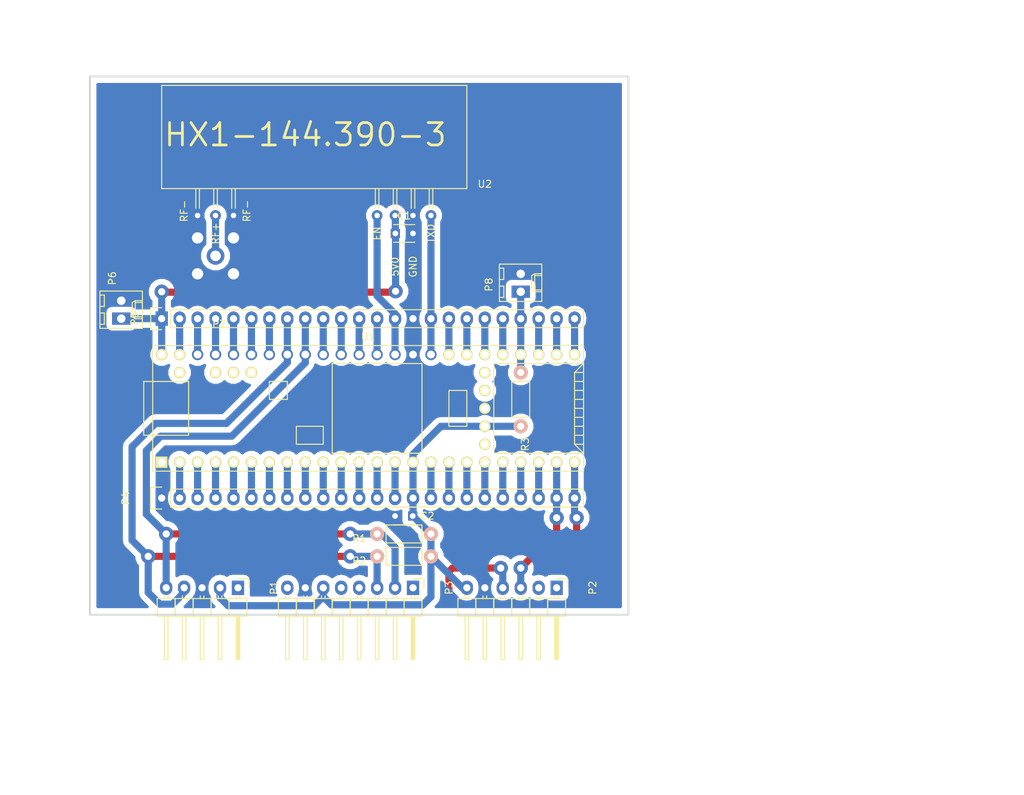
<source format=kicad_pcb>
(kicad_pcb (version 4) (host pcbnew 4.0.5)

  (general
    (links 89)
    (no_connects 1)
    (area 50.672999 50.672999 127.127001 127.127001)
    (thickness 1.6)
    (drawings 11)
    (tracks 145)
    (zones 0)
    (modules 15)
    (nets 62)
  )

  (page USLetter)
  (title_block
    (title "High Altitude Balloon Main Board")
    (date 2017-03-11)
    (rev 0.1)
    (company "Princeton Rocketry Club")
  )

  (layers
    (0 F.Cu signal)
    (31 B.Cu signal)
    (33 F.Adhes user)
    (35 F.Paste user)
    (37 F.SilkS user)
    (39 F.Mask user)
    (40 Dwgs.User user)
    (41 Cmts.User user)
    (42 Eco1.User user)
    (43 Eco2.User user)
    (44 Edge.Cuts user)
    (45 Margin user)
    (47 F.CrtYd user)
    (49 F.Fab user)
  )

  (setup
    (last_trace_width 1.016)
    (trace_clearance 0.79375)
    (zone_clearance 0.79248)
    (zone_45_only no)
    (trace_min 0.8128)
    (segment_width 0.2)
    (edge_width 0.254)
    (via_size 2.032)
    (via_drill 1.016)
    (via_min_size 0.8128)
    (via_min_drill 0.4064)
    (user_via 4.064 3.048)
    (uvia_size 0.1524)
    (uvia_drill 0)
    (uvias_allowed no)
    (uvia_min_size 0)
    (uvia_min_drill 0)
    (pcb_text_width 0.3)
    (pcb_text_size 1.5 1.5)
    (mod_edge_width 0.15)
    (mod_text_size 1 1)
    (mod_text_width 0.15)
    (pad_size 1.7272 2.6)
    (pad_drill 1.2)
    (pad_to_mask_clearance 0.2)
    (aux_axis_origin 0 0)
    (grid_origin 50.8 50.8)
    (visible_elements FFFFFF7F)
    (pcbplotparams
      (layerselection 0x00020_80000001)
      (usegerberextensions false)
      (excludeedgelayer true)
      (linewidth 0.100000)
      (plotframeref false)
      (viasonmask false)
      (mode 1)
      (useauxorigin false)
      (hpglpennumber 1)
      (hpglpenspeed 20)
      (hpglpendiameter 15)
      (hpglpenoverlay 2)
      (psnegative false)
      (psa4output false)
      (plotreference true)
      (plotvalue true)
      (plotinvisibletext false)
      (padsonsilk false)
      (subtractmaskfromsilk false)
      (outputformat 1)
      (mirror false)
      (drillshape 0)
      (scaleselection 1)
      (outputdirectory ""))
  )

  (net 0 "")
  (net 1 "Net-(P1-Pad1)")
  (net 2 "Net-(U1-Pad25)")
  (net 3 "Net-(U1-Pad28)")
  (net 4 "Net-(U1-Pad29)")
  (net 5 "Net-(U1-Pad54)")
  (net 6 "Net-(U1-Pad55)")
  (net 7 "Net-(U1-Pad56)")
  (net 8 "Net-(U1-Pad57)")
  (net 9 +3V3)
  (net 10 GND)
  (net 11 SCL0)
  (net 12 SDA0)
  (net 13 GPS_SDA)
  (net 14 GPS_SCL)
  (net 15 GPS_TXD)
  (net 16 GPS_RXD)
  (net 17 "Net-(P3-Pad1)")
  (net 18 ACCEL_I1)
  (net 19 ACCEL_I2)
  (net 20 "Net-(P3-Pad8)")
  (net 21 "Net-(P4-Pad2)")
  (net 22 "Net-(P4-Pad3)")
  (net 23 "Net-(P4-Pad4)")
  (net 24 "Net-(P4-Pad7)")
  (net 25 "Net-(P4-Pad8)")
  (net 26 "Net-(P4-Pad9)")
  (net 27 "Net-(P4-Pad10)")
  (net 28 "Net-(P4-Pad11)")
  (net 29 "Net-(P4-Pad12)")
  (net 30 "Net-(P4-Pad13)")
  (net 31 "Net-(P4-Pad14)")
  (net 32 "Net-(P4-Pad16)")
  (net 33 "Net-(P4-Pad17)")
  (net 34 "Net-(P4-Pad18)")
  (net 35 "Net-(P4-Pad19)")
  (net 36 "Net-(P4-Pad20)")
  (net 37 "Net-(P4-Pad21)")
  (net 38 "Net-(P4-Pad22)")
  (net 39 "Net-(P5-Pad2)")
  (net 40 "Net-(P5-Pad4)")
  (net 41 "Net-(P5-Pad5)")
  (net 42 "Net-(P5-Pad6)")
  (net 43 "Net-(P5-Pad7)")
  (net 44 "Net-(P5-Pad10)")
  (net 45 "Net-(P5-Pad11)")
  (net 46 "Net-(P5-Pad12)")
  (net 47 "Net-(P5-Pad13)")
  (net 48 "Net-(P5-Pad17)")
  (net 49 "Net-(P5-Pad18)")
  (net 50 "Net-(P5-Pad19)")
  (net 51 "Net-(P5-Pad20)")
  (net 52 "Net-(P5-Pad21)")
  (net 53 "Net-(P5-Pad22)")
  (net 54 "Net-(P5-Pad23)")
  (net 55 "Net-(P5-Pad24)")
  (net 56 SDA2)
  (net 57 SCL2)
  (net 58 +5V)
  (net 59 TX_EN)
  (net 60 TXD)
  (net 61 RF+)

  (net_class Default "This is the default net class."
    (clearance 0.79375)
    (trace_width 1.016)
    (via_dia 2.032)
    (via_drill 1.016)
    (uvia_dia 0.1524)
    (uvia_drill 0)
    (add_net +5V)
    (add_net ACCEL_I1)
    (add_net ACCEL_I2)
    (add_net GPS_RXD)
    (add_net GPS_SCL)
    (add_net GPS_SDA)
    (add_net GPS_TXD)
    (add_net RF+)
    (add_net SCL2)
    (add_net SDA2)
    (add_net TXD)
    (add_net TX_EN)
  )

  (net_class "Mounting Holes" ""
    (clearance 0.79375)
    (trace_width 1.016)
    (via_dia 4.064)
    (via_drill 3.048)
    (uvia_dia 0.1524)
    (uvia_drill 0)
  )

  (net_class Power ""
    (clearance 0.79375)
    (trace_width 1.016)
    (via_dia 2.032)
    (via_drill 1.016)
    (uvia_dia 0.1524)
    (uvia_drill 0)
    (add_net +3V3)
    (add_net GND)
  )

  (net_class Signal ""
    (clearance 0.79375)
    (trace_width 1.016)
    (via_dia 2.032)
    (via_drill 1.016)
    (uvia_dia 0.1524)
    (uvia_drill 0)
    (add_net "Net-(P1-Pad1)")
    (add_net "Net-(P3-Pad1)")
    (add_net "Net-(P3-Pad8)")
    (add_net "Net-(P4-Pad10)")
    (add_net "Net-(P4-Pad11)")
    (add_net "Net-(P4-Pad12)")
    (add_net "Net-(P4-Pad13)")
    (add_net "Net-(P4-Pad14)")
    (add_net "Net-(P4-Pad16)")
    (add_net "Net-(P4-Pad17)")
    (add_net "Net-(P4-Pad18)")
    (add_net "Net-(P4-Pad19)")
    (add_net "Net-(P4-Pad2)")
    (add_net "Net-(P4-Pad20)")
    (add_net "Net-(P4-Pad21)")
    (add_net "Net-(P4-Pad22)")
    (add_net "Net-(P4-Pad3)")
    (add_net "Net-(P4-Pad4)")
    (add_net "Net-(P4-Pad7)")
    (add_net "Net-(P4-Pad8)")
    (add_net "Net-(P4-Pad9)")
    (add_net "Net-(P5-Pad10)")
    (add_net "Net-(P5-Pad11)")
    (add_net "Net-(P5-Pad12)")
    (add_net "Net-(P5-Pad13)")
    (add_net "Net-(P5-Pad17)")
    (add_net "Net-(P5-Pad18)")
    (add_net "Net-(P5-Pad19)")
    (add_net "Net-(P5-Pad2)")
    (add_net "Net-(P5-Pad20)")
    (add_net "Net-(P5-Pad21)")
    (add_net "Net-(P5-Pad22)")
    (add_net "Net-(P5-Pad23)")
    (add_net "Net-(P5-Pad24)")
    (add_net "Net-(P5-Pad4)")
    (add_net "Net-(P5-Pad5)")
    (add_net "Net-(P5-Pad6)")
    (add_net "Net-(P5-Pad7)")
    (add_net "Net-(U1-Pad25)")
    (add_net "Net-(U1-Pad28)")
    (add_net "Net-(U1-Pad29)")
    (add_net "Net-(U1-Pad54)")
    (add_net "Net-(U1-Pad55)")
    (add_net "Net-(U1-Pad56)")
    (add_net "Net-(U1-Pad57)")
    (add_net SCL0)
    (add_net SDA0)
  )

  (module Pin_Headers:Pin_Header_Angled_1x06 (layer F.Cu) (tedit 0) (tstamp 58C635BF)
    (at 116.84 123.19 270)
    (descr "Through hole pin header")
    (tags "pin header")
    (path /58C323C2)
    (fp_text reference P2 (at 0 -5.1 270) (layer F.SilkS)
      (effects (font (size 1 1) (thickness 0.15)))
    )
    (fp_text value GPS_HEADER (at -2.032 6.477 540) (layer F.Fab)
      (effects (font (size 1 1) (thickness 0.15)))
    )
    (fp_line (start -1.5 -1.75) (end -1.5 14.45) (layer F.CrtYd) (width 0.05))
    (fp_line (start 10.65 -1.75) (end 10.65 14.45) (layer F.CrtYd) (width 0.05))
    (fp_line (start -1.5 -1.75) (end 10.65 -1.75) (layer F.CrtYd) (width 0.05))
    (fp_line (start -1.5 14.45) (end 10.65 14.45) (layer F.CrtYd) (width 0.05))
    (fp_line (start -1.3 -1.55) (end -1.3 0) (layer F.SilkS) (width 0.15))
    (fp_line (start 0 -1.55) (end -1.3 -1.55) (layer F.SilkS) (width 0.15))
    (fp_line (start 4.191 -0.127) (end 10.033 -0.127) (layer F.SilkS) (width 0.15))
    (fp_line (start 10.033 -0.127) (end 10.033 0.127) (layer F.SilkS) (width 0.15))
    (fp_line (start 10.033 0.127) (end 4.191 0.127) (layer F.SilkS) (width 0.15))
    (fp_line (start 4.191 0.127) (end 4.191 0) (layer F.SilkS) (width 0.15))
    (fp_line (start 4.191 0) (end 10.033 0) (layer F.SilkS) (width 0.15))
    (fp_line (start 1.524 -0.254) (end 1.143 -0.254) (layer F.SilkS) (width 0.15))
    (fp_line (start 1.524 0.254) (end 1.143 0.254) (layer F.SilkS) (width 0.15))
    (fp_line (start 1.524 2.286) (end 1.143 2.286) (layer F.SilkS) (width 0.15))
    (fp_line (start 1.524 2.794) (end 1.143 2.794) (layer F.SilkS) (width 0.15))
    (fp_line (start 1.524 4.826) (end 1.143 4.826) (layer F.SilkS) (width 0.15))
    (fp_line (start 1.524 5.334) (end 1.143 5.334) (layer F.SilkS) (width 0.15))
    (fp_line (start 1.524 12.954) (end 1.143 12.954) (layer F.SilkS) (width 0.15))
    (fp_line (start 1.524 12.446) (end 1.143 12.446) (layer F.SilkS) (width 0.15))
    (fp_line (start 1.524 10.414) (end 1.143 10.414) (layer F.SilkS) (width 0.15))
    (fp_line (start 1.524 9.906) (end 1.143 9.906) (layer F.SilkS) (width 0.15))
    (fp_line (start 1.524 7.874) (end 1.143 7.874) (layer F.SilkS) (width 0.15))
    (fp_line (start 1.524 7.366) (end 1.143 7.366) (layer F.SilkS) (width 0.15))
    (fp_line (start 1.524 -1.27) (end 4.064 -1.27) (layer F.SilkS) (width 0.15))
    (fp_line (start 1.524 1.27) (end 4.064 1.27) (layer F.SilkS) (width 0.15))
    (fp_line (start 1.524 1.27) (end 1.524 3.81) (layer F.SilkS) (width 0.15))
    (fp_line (start 1.524 3.81) (end 4.064 3.81) (layer F.SilkS) (width 0.15))
    (fp_line (start 4.064 2.286) (end 10.16 2.286) (layer F.SilkS) (width 0.15))
    (fp_line (start 10.16 2.286) (end 10.16 2.794) (layer F.SilkS) (width 0.15))
    (fp_line (start 10.16 2.794) (end 4.064 2.794) (layer F.SilkS) (width 0.15))
    (fp_line (start 4.064 3.81) (end 4.064 1.27) (layer F.SilkS) (width 0.15))
    (fp_line (start 4.064 1.27) (end 4.064 -1.27) (layer F.SilkS) (width 0.15))
    (fp_line (start 10.16 0.254) (end 4.064 0.254) (layer F.SilkS) (width 0.15))
    (fp_line (start 10.16 -0.254) (end 10.16 0.254) (layer F.SilkS) (width 0.15))
    (fp_line (start 4.064 -0.254) (end 10.16 -0.254) (layer F.SilkS) (width 0.15))
    (fp_line (start 1.524 1.27) (end 4.064 1.27) (layer F.SilkS) (width 0.15))
    (fp_line (start 1.524 -1.27) (end 1.524 1.27) (layer F.SilkS) (width 0.15))
    (fp_line (start 1.524 8.89) (end 4.064 8.89) (layer F.SilkS) (width 0.15))
    (fp_line (start 1.524 8.89) (end 1.524 11.43) (layer F.SilkS) (width 0.15))
    (fp_line (start 1.524 11.43) (end 4.064 11.43) (layer F.SilkS) (width 0.15))
    (fp_line (start 4.064 9.906) (end 10.16 9.906) (layer F.SilkS) (width 0.15))
    (fp_line (start 10.16 9.906) (end 10.16 10.414) (layer F.SilkS) (width 0.15))
    (fp_line (start 10.16 10.414) (end 4.064 10.414) (layer F.SilkS) (width 0.15))
    (fp_line (start 4.064 11.43) (end 4.064 8.89) (layer F.SilkS) (width 0.15))
    (fp_line (start 4.064 13.97) (end 4.064 11.43) (layer F.SilkS) (width 0.15))
    (fp_line (start 10.16 12.954) (end 4.064 12.954) (layer F.SilkS) (width 0.15))
    (fp_line (start 10.16 12.446) (end 10.16 12.954) (layer F.SilkS) (width 0.15))
    (fp_line (start 4.064 12.446) (end 10.16 12.446) (layer F.SilkS) (width 0.15))
    (fp_line (start 1.524 13.97) (end 4.064 13.97) (layer F.SilkS) (width 0.15))
    (fp_line (start 1.524 11.43) (end 1.524 13.97) (layer F.SilkS) (width 0.15))
    (fp_line (start 1.524 11.43) (end 4.064 11.43) (layer F.SilkS) (width 0.15))
    (fp_line (start 1.524 6.35) (end 4.064 6.35) (layer F.SilkS) (width 0.15))
    (fp_line (start 1.524 6.35) (end 1.524 8.89) (layer F.SilkS) (width 0.15))
    (fp_line (start 1.524 8.89) (end 4.064 8.89) (layer F.SilkS) (width 0.15))
    (fp_line (start 4.064 7.366) (end 10.16 7.366) (layer F.SilkS) (width 0.15))
    (fp_line (start 10.16 7.366) (end 10.16 7.874) (layer F.SilkS) (width 0.15))
    (fp_line (start 10.16 7.874) (end 4.064 7.874) (layer F.SilkS) (width 0.15))
    (fp_line (start 4.064 8.89) (end 4.064 6.35) (layer F.SilkS) (width 0.15))
    (fp_line (start 4.064 6.35) (end 4.064 3.81) (layer F.SilkS) (width 0.15))
    (fp_line (start 10.16 5.334) (end 4.064 5.334) (layer F.SilkS) (width 0.15))
    (fp_line (start 10.16 4.826) (end 10.16 5.334) (layer F.SilkS) (width 0.15))
    (fp_line (start 4.064 4.826) (end 10.16 4.826) (layer F.SilkS) (width 0.15))
    (fp_line (start 1.524 6.35) (end 4.064 6.35) (layer F.SilkS) (width 0.15))
    (fp_line (start 1.524 3.81) (end 1.524 6.35) (layer F.SilkS) (width 0.15))
    (fp_line (start 1.524 3.81) (end 4.064 3.81) (layer F.SilkS) (width 0.15))
    (pad 1 thru_hole rect (at 0 0 270) (size 2.032 1.7272) (drill 1.016) (layers *.Cu *.Mask)
      (net 13 GPS_SDA))
    (pad 2 thru_hole oval (at 0 2.54 270) (size 2.032 1.7272) (drill 1.016) (layers *.Cu *.Mask)
      (net 14 GPS_SCL))
    (pad 3 thru_hole oval (at 0 5.08 270) (size 2.032 1.7272) (drill 1.016) (layers *.Cu *.Mask)
      (net 15 GPS_TXD))
    (pad 4 thru_hole oval (at 0 7.62 270) (size 2.032 1.7272) (drill 1.016) (layers *.Cu *.Mask)
      (net 16 GPS_RXD))
    (pad 5 thru_hole oval (at 0 10.16 270) (size 2.032 1.7272) (drill 1.016) (layers *.Cu *.Mask)
      (net 10 GND))
    (pad 6 thru_hole oval (at 0 12.7 270) (size 2.032 1.7272) (drill 1.016) (layers *.Cu *.Mask)
      (net 9 +3V3))
    (model Pin_Headers.3dshapes/Pin_Header_Angled_1x06.wrl
      (at (xyz 0 -0.25 0))
      (scale (xyz 1 1 1))
      (rotate (xyz 0 0 90))
    )
  )

  (module Pin_Headers:Pin_Header_Angled_1x05 (layer F.Cu) (tedit 0) (tstamp 58C63574)
    (at 71.755 123.19 270)
    (descr "Through hole pin header")
    (tags "pin header")
    (path /58C32382)
    (fp_text reference P1 (at 0 -5.1 270) (layer F.SilkS)
      (effects (font (size 1 1) (thickness 0.15)))
    )
    (fp_text value BMP180_HEADER (at -2.286 5.08 360) (layer F.Fab)
      (effects (font (size 1 1) (thickness 0.15)))
    )
    (fp_line (start -1.5 -1.75) (end -1.5 11.95) (layer F.CrtYd) (width 0.05))
    (fp_line (start 10.65 -1.75) (end 10.65 11.95) (layer F.CrtYd) (width 0.05))
    (fp_line (start -1.5 -1.75) (end 10.65 -1.75) (layer F.CrtYd) (width 0.05))
    (fp_line (start -1.5 11.95) (end 10.65 11.95) (layer F.CrtYd) (width 0.05))
    (fp_line (start -1.3 -1.55) (end -1.3 0) (layer F.SilkS) (width 0.15))
    (fp_line (start 0 -1.55) (end -1.3 -1.55) (layer F.SilkS) (width 0.15))
    (fp_line (start 4.191 -0.127) (end 10.033 -0.127) (layer F.SilkS) (width 0.15))
    (fp_line (start 10.033 -0.127) (end 10.033 0.127) (layer F.SilkS) (width 0.15))
    (fp_line (start 10.033 0.127) (end 4.191 0.127) (layer F.SilkS) (width 0.15))
    (fp_line (start 4.191 0.127) (end 4.191 0) (layer F.SilkS) (width 0.15))
    (fp_line (start 4.191 0) (end 10.033 0) (layer F.SilkS) (width 0.15))
    (fp_line (start 1.524 -0.254) (end 1.143 -0.254) (layer F.SilkS) (width 0.15))
    (fp_line (start 1.524 0.254) (end 1.143 0.254) (layer F.SilkS) (width 0.15))
    (fp_line (start 1.524 2.286) (end 1.143 2.286) (layer F.SilkS) (width 0.15))
    (fp_line (start 1.524 2.794) (end 1.143 2.794) (layer F.SilkS) (width 0.15))
    (fp_line (start 1.524 4.826) (end 1.143 4.826) (layer F.SilkS) (width 0.15))
    (fp_line (start 1.524 5.334) (end 1.143 5.334) (layer F.SilkS) (width 0.15))
    (fp_line (start 1.524 7.366) (end 1.143 7.366) (layer F.SilkS) (width 0.15))
    (fp_line (start 1.524 7.874) (end 1.143 7.874) (layer F.SilkS) (width 0.15))
    (fp_line (start 1.524 10.414) (end 1.143 10.414) (layer F.SilkS) (width 0.15))
    (fp_line (start 1.524 9.906) (end 1.143 9.906) (layer F.SilkS) (width 0.15))
    (fp_line (start 4.064 1.27) (end 4.064 -1.27) (layer F.SilkS) (width 0.15))
    (fp_line (start 10.16 0.254) (end 4.064 0.254) (layer F.SilkS) (width 0.15))
    (fp_line (start 10.16 -0.254) (end 10.16 0.254) (layer F.SilkS) (width 0.15))
    (fp_line (start 4.064 -0.254) (end 10.16 -0.254) (layer F.SilkS) (width 0.15))
    (fp_line (start 1.524 1.27) (end 4.064 1.27) (layer F.SilkS) (width 0.15))
    (fp_line (start 1.524 -1.27) (end 1.524 1.27) (layer F.SilkS) (width 0.15))
    (fp_line (start 1.524 -1.27) (end 4.064 -1.27) (layer F.SilkS) (width 0.15))
    (fp_line (start 1.524 3.81) (end 4.064 3.81) (layer F.SilkS) (width 0.15))
    (fp_line (start 1.524 3.81) (end 1.524 6.35) (layer F.SilkS) (width 0.15))
    (fp_line (start 1.524 6.35) (end 4.064 6.35) (layer F.SilkS) (width 0.15))
    (fp_line (start 4.064 4.826) (end 10.16 4.826) (layer F.SilkS) (width 0.15))
    (fp_line (start 10.16 4.826) (end 10.16 5.334) (layer F.SilkS) (width 0.15))
    (fp_line (start 10.16 5.334) (end 4.064 5.334) (layer F.SilkS) (width 0.15))
    (fp_line (start 4.064 6.35) (end 4.064 3.81) (layer F.SilkS) (width 0.15))
    (fp_line (start 4.064 3.81) (end 4.064 1.27) (layer F.SilkS) (width 0.15))
    (fp_line (start 10.16 2.794) (end 4.064 2.794) (layer F.SilkS) (width 0.15))
    (fp_line (start 10.16 2.286) (end 10.16 2.794) (layer F.SilkS) (width 0.15))
    (fp_line (start 4.064 2.286) (end 10.16 2.286) (layer F.SilkS) (width 0.15))
    (fp_line (start 1.524 3.81) (end 4.064 3.81) (layer F.SilkS) (width 0.15))
    (fp_line (start 1.524 1.27) (end 1.524 3.81) (layer F.SilkS) (width 0.15))
    (fp_line (start 1.524 1.27) (end 4.064 1.27) (layer F.SilkS) (width 0.15))
    (fp_line (start 1.524 8.89) (end 4.064 8.89) (layer F.SilkS) (width 0.15))
    (fp_line (start 1.524 8.89) (end 1.524 11.43) (layer F.SilkS) (width 0.15))
    (fp_line (start 1.524 11.43) (end 4.064 11.43) (layer F.SilkS) (width 0.15))
    (fp_line (start 4.064 9.906) (end 10.16 9.906) (layer F.SilkS) (width 0.15))
    (fp_line (start 10.16 9.906) (end 10.16 10.414) (layer F.SilkS) (width 0.15))
    (fp_line (start 10.16 10.414) (end 4.064 10.414) (layer F.SilkS) (width 0.15))
    (fp_line (start 4.064 11.43) (end 4.064 8.89) (layer F.SilkS) (width 0.15))
    (fp_line (start 4.064 8.89) (end 4.064 6.35) (layer F.SilkS) (width 0.15))
    (fp_line (start 10.16 7.874) (end 4.064 7.874) (layer F.SilkS) (width 0.15))
    (fp_line (start 10.16 7.366) (end 10.16 7.874) (layer F.SilkS) (width 0.15))
    (fp_line (start 4.064 7.366) (end 10.16 7.366) (layer F.SilkS) (width 0.15))
    (fp_line (start 1.524 8.89) (end 4.064 8.89) (layer F.SilkS) (width 0.15))
    (fp_line (start 1.524 6.35) (end 1.524 8.89) (layer F.SilkS) (width 0.15))
    (fp_line (start 1.524 6.35) (end 4.064 6.35) (layer F.SilkS) (width 0.15))
    (pad 1 thru_hole rect (at 0 0 270) (size 2.032 1.7272) (drill 1.016) (layers *.Cu *.Mask)
      (net 1 "Net-(P1-Pad1)"))
    (pad 2 thru_hole oval (at 0 2.54 270) (size 2.032 1.7272) (drill 1.016) (layers *.Cu *.Mask)
      (net 9 +3V3))
    (pad 3 thru_hole oval (at 0 5.08 270) (size 2.032 1.7272) (drill 1.016) (layers *.Cu *.Mask)
      (net 10 GND))
    (pad 4 thru_hole oval (at 0 7.62 270) (size 2.032 1.7272) (drill 1.016) (layers *.Cu *.Mask)
      (net 11 SCL0))
    (pad 5 thru_hole oval (at 0 10.16 270) (size 2.032 1.7272) (drill 1.016) (layers *.Cu *.Mask)
      (net 12 SDA0))
    (model Pin_Headers.3dshapes/Pin_Header_Angled_1x05.wrl
      (at (xyz 0 -0.2 0))
      (scale (xyz 1 1 1))
      (rotate (xyz 0 0 90))
    )
  )

  (module Pin_Headers:Pin_Header_Angled_1x08 (layer F.Cu) (tedit 0) (tstamp 58C6CC70)
    (at 96.52 123.19 270)
    (descr "Through hole pin header")
    (tags "pin header")
    (path /58C350C7)
    (fp_text reference P3 (at 0 -5.1 270) (layer F.SilkS)
      (effects (font (size 1 1) (thickness 0.15)))
    )
    (fp_text value ACCEL_HEADER (at -2.159 8.636 540) (layer F.Fab)
      (effects (font (size 1 1) (thickness 0.15)))
    )
    (fp_line (start -1.5 -1.75) (end -1.5 19.55) (layer F.CrtYd) (width 0.05))
    (fp_line (start 10.65 -1.75) (end 10.65 19.55) (layer F.CrtYd) (width 0.05))
    (fp_line (start -1.5 -1.75) (end 10.65 -1.75) (layer F.CrtYd) (width 0.05))
    (fp_line (start -1.5 19.55) (end 10.65 19.55) (layer F.CrtYd) (width 0.05))
    (fp_line (start -1.3 -1.55) (end -1.3 0) (layer F.SilkS) (width 0.15))
    (fp_line (start 0 -1.55) (end -1.3 -1.55) (layer F.SilkS) (width 0.15))
    (fp_line (start 4.191 -0.127) (end 10.033 -0.127) (layer F.SilkS) (width 0.15))
    (fp_line (start 10.033 -0.127) (end 10.033 0.127) (layer F.SilkS) (width 0.15))
    (fp_line (start 10.033 0.127) (end 4.191 0.127) (layer F.SilkS) (width 0.15))
    (fp_line (start 4.191 0.127) (end 4.191 0) (layer F.SilkS) (width 0.15))
    (fp_line (start 4.191 0) (end 10.033 0) (layer F.SilkS) (width 0.15))
    (fp_line (start 1.524 17.526) (end 1.143 17.526) (layer F.SilkS) (width 0.15))
    (fp_line (start 1.524 18.034) (end 1.143 18.034) (layer F.SilkS) (width 0.15))
    (fp_line (start 1.524 -0.254) (end 1.143 -0.254) (layer F.SilkS) (width 0.15))
    (fp_line (start 1.524 0.254) (end 1.143 0.254) (layer F.SilkS) (width 0.15))
    (fp_line (start 1.524 2.286) (end 1.143 2.286) (layer F.SilkS) (width 0.15))
    (fp_line (start 1.524 2.794) (end 1.143 2.794) (layer F.SilkS) (width 0.15))
    (fp_line (start 1.524 4.826) (end 1.143 4.826) (layer F.SilkS) (width 0.15))
    (fp_line (start 1.524 5.334) (end 1.143 5.334) (layer F.SilkS) (width 0.15))
    (fp_line (start 1.524 15.494) (end 1.143 15.494) (layer F.SilkS) (width 0.15))
    (fp_line (start 1.524 14.986) (end 1.143 14.986) (layer F.SilkS) (width 0.15))
    (fp_line (start 1.524 12.954) (end 1.143 12.954) (layer F.SilkS) (width 0.15))
    (fp_line (start 1.524 12.446) (end 1.143 12.446) (layer F.SilkS) (width 0.15))
    (fp_line (start 1.524 10.414) (end 1.143 10.414) (layer F.SilkS) (width 0.15))
    (fp_line (start 1.524 9.906) (end 1.143 9.906) (layer F.SilkS) (width 0.15))
    (fp_line (start 1.524 7.874) (end 1.143 7.874) (layer F.SilkS) (width 0.15))
    (fp_line (start 1.524 7.366) (end 1.143 7.366) (layer F.SilkS) (width 0.15))
    (fp_line (start 1.524 13.97) (end 4.064 13.97) (layer F.SilkS) (width 0.15))
    (fp_line (start 1.524 13.97) (end 1.524 16.51) (layer F.SilkS) (width 0.15))
    (fp_line (start 1.524 16.51) (end 4.064 16.51) (layer F.SilkS) (width 0.15))
    (fp_line (start 4.064 14.986) (end 10.16 14.986) (layer F.SilkS) (width 0.15))
    (fp_line (start 10.16 14.986) (end 10.16 15.494) (layer F.SilkS) (width 0.15))
    (fp_line (start 10.16 15.494) (end 4.064 15.494) (layer F.SilkS) (width 0.15))
    (fp_line (start 4.064 16.51) (end 4.064 13.97) (layer F.SilkS) (width 0.15))
    (fp_line (start 4.064 19.05) (end 4.064 16.51) (layer F.SilkS) (width 0.15))
    (fp_line (start 10.16 18.034) (end 4.064 18.034) (layer F.SilkS) (width 0.15))
    (fp_line (start 10.16 17.526) (end 10.16 18.034) (layer F.SilkS) (width 0.15))
    (fp_line (start 4.064 17.526) (end 10.16 17.526) (layer F.SilkS) (width 0.15))
    (fp_line (start 1.524 16.51) (end 1.524 19.05) (layer F.SilkS) (width 0.15))
    (fp_line (start 1.524 16.51) (end 4.064 16.51) (layer F.SilkS) (width 0.15))
    (fp_line (start 1.524 19.05) (end 4.064 19.05) (layer F.SilkS) (width 0.15))
    (fp_line (start 1.524 -1.27) (end 4.064 -1.27) (layer F.SilkS) (width 0.15))
    (fp_line (start 1.524 1.27) (end 4.064 1.27) (layer F.SilkS) (width 0.15))
    (fp_line (start 1.524 1.27) (end 1.524 3.81) (layer F.SilkS) (width 0.15))
    (fp_line (start 1.524 3.81) (end 4.064 3.81) (layer F.SilkS) (width 0.15))
    (fp_line (start 4.064 2.286) (end 10.16 2.286) (layer F.SilkS) (width 0.15))
    (fp_line (start 10.16 2.286) (end 10.16 2.794) (layer F.SilkS) (width 0.15))
    (fp_line (start 10.16 2.794) (end 4.064 2.794) (layer F.SilkS) (width 0.15))
    (fp_line (start 4.064 3.81) (end 4.064 1.27) (layer F.SilkS) (width 0.15))
    (fp_line (start 4.064 1.27) (end 4.064 -1.27) (layer F.SilkS) (width 0.15))
    (fp_line (start 10.16 0.254) (end 4.064 0.254) (layer F.SilkS) (width 0.15))
    (fp_line (start 10.16 -0.254) (end 10.16 0.254) (layer F.SilkS) (width 0.15))
    (fp_line (start 4.064 -0.254) (end 10.16 -0.254) (layer F.SilkS) (width 0.15))
    (fp_line (start 1.524 1.27) (end 4.064 1.27) (layer F.SilkS) (width 0.15))
    (fp_line (start 1.524 -1.27) (end 1.524 1.27) (layer F.SilkS) (width 0.15))
    (fp_line (start 1.524 8.89) (end 4.064 8.89) (layer F.SilkS) (width 0.15))
    (fp_line (start 1.524 8.89) (end 1.524 11.43) (layer F.SilkS) (width 0.15))
    (fp_line (start 1.524 11.43) (end 4.064 11.43) (layer F.SilkS) (width 0.15))
    (fp_line (start 4.064 9.906) (end 10.16 9.906) (layer F.SilkS) (width 0.15))
    (fp_line (start 10.16 9.906) (end 10.16 10.414) (layer F.SilkS) (width 0.15))
    (fp_line (start 10.16 10.414) (end 4.064 10.414) (layer F.SilkS) (width 0.15))
    (fp_line (start 4.064 11.43) (end 4.064 8.89) (layer F.SilkS) (width 0.15))
    (fp_line (start 4.064 13.97) (end 4.064 11.43) (layer F.SilkS) (width 0.15))
    (fp_line (start 10.16 12.954) (end 4.064 12.954) (layer F.SilkS) (width 0.15))
    (fp_line (start 10.16 12.446) (end 10.16 12.954) (layer F.SilkS) (width 0.15))
    (fp_line (start 4.064 12.446) (end 10.16 12.446) (layer F.SilkS) (width 0.15))
    (fp_line (start 1.524 13.97) (end 4.064 13.97) (layer F.SilkS) (width 0.15))
    (fp_line (start 1.524 11.43) (end 1.524 13.97) (layer F.SilkS) (width 0.15))
    (fp_line (start 1.524 11.43) (end 4.064 11.43) (layer F.SilkS) (width 0.15))
    (fp_line (start 1.524 6.35) (end 4.064 6.35) (layer F.SilkS) (width 0.15))
    (fp_line (start 1.524 6.35) (end 1.524 8.89) (layer F.SilkS) (width 0.15))
    (fp_line (start 1.524 8.89) (end 4.064 8.89) (layer F.SilkS) (width 0.15))
    (fp_line (start 4.064 7.366) (end 10.16 7.366) (layer F.SilkS) (width 0.15))
    (fp_line (start 10.16 7.366) (end 10.16 7.874) (layer F.SilkS) (width 0.15))
    (fp_line (start 10.16 7.874) (end 4.064 7.874) (layer F.SilkS) (width 0.15))
    (fp_line (start 4.064 8.89) (end 4.064 6.35) (layer F.SilkS) (width 0.15))
    (fp_line (start 4.064 6.35) (end 4.064 3.81) (layer F.SilkS) (width 0.15))
    (fp_line (start 10.16 5.334) (end 4.064 5.334) (layer F.SilkS) (width 0.15))
    (fp_line (start 10.16 4.826) (end 10.16 5.334) (layer F.SilkS) (width 0.15))
    (fp_line (start 4.064 4.826) (end 10.16 4.826) (layer F.SilkS) (width 0.15))
    (fp_line (start 1.524 6.35) (end 4.064 6.35) (layer F.SilkS) (width 0.15))
    (fp_line (start 1.524 3.81) (end 1.524 6.35) (layer F.SilkS) (width 0.15))
    (fp_line (start 1.524 3.81) (end 4.064 3.81) (layer F.SilkS) (width 0.15))
    (pad 1 thru_hole rect (at 0 0 270) (size 2.032 1.7272) (drill 1.016) (layers *.Cu *.Mask)
      (net 17 "Net-(P3-Pad1)"))
    (pad 2 thru_hole oval (at 0 2.54 270) (size 2.032 1.7272) (drill 1.016) (layers *.Cu *.Mask)
      (net 12 SDA0))
    (pad 3 thru_hole oval (at 0 5.08 270) (size 2.032 1.7272) (drill 1.016) (layers *.Cu *.Mask)
      (net 11 SCL0))
    (pad 4 thru_hole oval (at 0 7.62 270) (size 2.032 1.7272) (drill 1.016) (layers *.Cu *.Mask)
      (net 18 ACCEL_I1))
    (pad 5 thru_hole oval (at 0 10.16 270) (size 2.032 1.7272) (drill 1.016) (layers *.Cu *.Mask)
      (net 19 ACCEL_I2))
    (pad 6 thru_hole oval (at 0 12.7 270) (size 2.032 1.7272) (drill 1.016) (layers *.Cu *.Mask)
      (net 9 +3V3))
    (pad 7 thru_hole oval (at 0 15.24 270) (size 2.032 1.7272) (drill 1.016) (layers *.Cu *.Mask)
      (net 10 GND))
    (pad 8 thru_hole oval (at 0 17.78 270) (size 2.032 1.7272) (drill 1.016) (layers *.Cu *.Mask)
      (net 20 "Net-(P3-Pad8)"))
    (model Pin_Headers.3dshapes/Pin_Header_Angled_1x08.wrl
      (at (xyz 0 -0.35 0))
      (scale (xyz 1 1 1))
      (rotate (xyz 0 0 90))
    )
  )

  (module Pin_Headers:Pin_Header_Straight_1x24 (layer F.Cu) (tedit 0) (tstamp 58C6CC97)
    (at 60.96 110.49 90)
    (descr "Through hole pin header")
    (tags "pin header")
    (path /58C33F92)
    (fp_text reference P4 (at 0 -5.1 90) (layer F.SilkS)
      (effects (font (size 1 1) (thickness 0.15)))
    )
    (fp_text value CONN_01X24 (at 0 -3.1 90) (layer F.Fab)
      (effects (font (size 1 1) (thickness 0.15)))
    )
    (fp_line (start -1.75 -1.75) (end -1.75 60.2) (layer F.CrtYd) (width 0.05))
    (fp_line (start 1.75 -1.75) (end 1.75 60.2) (layer F.CrtYd) (width 0.05))
    (fp_line (start -1.75 -1.75) (end 1.75 -1.75) (layer F.CrtYd) (width 0.05))
    (fp_line (start -1.75 60.2) (end 1.75 60.2) (layer F.CrtYd) (width 0.05))
    (fp_line (start 1.27 1.27) (end 1.27 59.69) (layer F.SilkS) (width 0.15))
    (fp_line (start -1.27 1.27) (end -1.27 59.69) (layer F.SilkS) (width 0.15))
    (fp_line (start -1.27 59.69) (end 1.27 59.69) (layer F.SilkS) (width 0.15))
    (fp_line (start 1.55 -1.55) (end 1.55 0) (layer F.SilkS) (width 0.15))
    (fp_line (start 1.27 1.27) (end -1.27 1.27) (layer F.SilkS) (width 0.15))
    (fp_line (start -1.55 0) (end -1.55 -1.55) (layer F.SilkS) (width 0.15))
    (fp_line (start -1.55 -1.55) (end 1.55 -1.55) (layer F.SilkS) (width 0.15))
    (pad 1 thru_hole rect (at 0 0 90) (size 2.032 1.7272) (drill 1.016) (layers *.Cu *.Mask)
      (net 10 GND))
    (pad 2 thru_hole oval (at 0 2.54 90) (size 2.032 1.7272) (drill 1.016) (layers *.Cu *.Mask)
      (net 21 "Net-(P4-Pad2)"))
    (pad 3 thru_hole oval (at 0 5.08 90) (size 2.032 1.7272) (drill 1.016) (layers *.Cu *.Mask)
      (net 22 "Net-(P4-Pad3)"))
    (pad 4 thru_hole oval (at 0 7.62 90) (size 2.032 1.7272) (drill 1.016) (layers *.Cu *.Mask)
      (net 23 "Net-(P4-Pad4)"))
    (pad 5 thru_hole oval (at 0 10.16 90) (size 2.032 1.7272) (drill 1.016) (layers *.Cu *.Mask)
      (net 57 SCL2))
    (pad 6 thru_hole oval (at 0 12.7 90) (size 2.032 1.7272) (drill 1.016) (layers *.Cu *.Mask)
      (net 56 SDA2))
    (pad 7 thru_hole oval (at 0 15.24 90) (size 2.032 1.7272) (drill 1.016) (layers *.Cu *.Mask)
      (net 24 "Net-(P4-Pad7)"))
    (pad 8 thru_hole oval (at 0 17.78 90) (size 2.032 1.7272) (drill 1.016) (layers *.Cu *.Mask)
      (net 25 "Net-(P4-Pad8)"))
    (pad 9 thru_hole oval (at 0 20.32 90) (size 2.032 1.7272) (drill 1.016) (layers *.Cu *.Mask)
      (net 26 "Net-(P4-Pad9)"))
    (pad 10 thru_hole oval (at 0 22.86 90) (size 2.032 1.7272) (drill 1.016) (layers *.Cu *.Mask)
      (net 27 "Net-(P4-Pad10)"))
    (pad 11 thru_hole oval (at 0 25.4 90) (size 2.032 1.7272) (drill 1.016) (layers *.Cu *.Mask)
      (net 28 "Net-(P4-Pad11)"))
    (pad 12 thru_hole oval (at 0 27.94 90) (size 2.032 1.7272) (drill 1.016) (layers *.Cu *.Mask)
      (net 29 "Net-(P4-Pad12)"))
    (pad 13 thru_hole oval (at 0 30.48 90) (size 2.032 1.7272) (drill 1.016) (layers *.Cu *.Mask)
      (net 30 "Net-(P4-Pad13)"))
    (pad 14 thru_hole oval (at 0 33.02 90) (size 2.032 1.7272) (drill 1.016) (layers *.Cu *.Mask)
      (net 31 "Net-(P4-Pad14)"))
    (pad 15 thru_hole oval (at 0 35.56 90) (size 2.032 1.7272) (drill 1.016) (layers *.Cu *.Mask)
      (net 9 +3V3))
    (pad 16 thru_hole oval (at 0 38.1 90) (size 2.032 1.7272) (drill 1.016) (layers *.Cu *.Mask)
      (net 32 "Net-(P4-Pad16)"))
    (pad 17 thru_hole oval (at 0 40.64 90) (size 2.032 1.7272) (drill 1.016) (layers *.Cu *.Mask)
      (net 33 "Net-(P4-Pad17)"))
    (pad 18 thru_hole oval (at 0 43.18 90) (size 2.032 1.7272) (drill 1.016) (layers *.Cu *.Mask)
      (net 34 "Net-(P4-Pad18)"))
    (pad 19 thru_hole oval (at 0 45.72 90) (size 2.032 1.7272) (drill 1.016) (layers *.Cu *.Mask)
      (net 35 "Net-(P4-Pad19)"))
    (pad 20 thru_hole oval (at 0 48.26 90) (size 2.032 1.7272) (drill 1.016) (layers *.Cu *.Mask)
      (net 36 "Net-(P4-Pad20)"))
    (pad 21 thru_hole oval (at 0 50.8 90) (size 2.032 1.7272) (drill 1.016) (layers *.Cu *.Mask)
      (net 37 "Net-(P4-Pad21)"))
    (pad 22 thru_hole oval (at 0 53.34 90) (size 2.032 1.7272) (drill 1.016) (layers *.Cu *.Mask)
      (net 38 "Net-(P4-Pad22)"))
    (pad 23 thru_hole oval (at 0 55.88 90) (size 2.032 1.7272) (drill 1.016) (layers *.Cu *.Mask)
      (net 15 GPS_TXD))
    (pad 24 thru_hole oval (at 0 58.42 90) (size 2.032 1.7272) (drill 1.016) (layers *.Cu *.Mask)
      (net 16 GPS_RXD))
    (model Pin_Headers.3dshapes/Pin_Header_Straight_1x24.wrl
      (at (xyz 0 -1.15 0))
      (scale (xyz 1 1 1))
      (rotate (xyz 0 0 90))
    )
  )

  (module Pin_Headers:Pin_Header_Straight_1x24 (layer F.Cu) (tedit 58CDCDCA) (tstamp 58C460F4)
    (at 60.96 85.09 90)
    (descr "Through hole pin header")
    (tags "pin header")
    (path /58C46F24)
    (fp_text reference P5 (at 0 -3.81 90) (layer F.SilkS)
      (effects (font (size 1 1) (thickness 0.15)))
    )
    (fp_text value CONN_01X24 (at -3.81 -2.54 90) (layer F.Fab)
      (effects (font (size 1 1) (thickness 0.15)))
    )
    (fp_line (start -1.75 -1.75) (end -1.75 60.2) (layer F.CrtYd) (width 0.05))
    (fp_line (start 1.75 -1.75) (end 1.75 60.2) (layer F.CrtYd) (width 0.05))
    (fp_line (start -1.75 -1.75) (end 1.75 -1.75) (layer F.CrtYd) (width 0.05))
    (fp_line (start -1.75 60.2) (end 1.75 60.2) (layer F.CrtYd) (width 0.05))
    (fp_line (start 1.27 1.27) (end 1.27 59.69) (layer F.SilkS) (width 0.15))
    (fp_line (start -1.27 1.27) (end -1.27 59.69) (layer F.SilkS) (width 0.15))
    (fp_line (start -1.27 59.69) (end 1.27 59.69) (layer F.SilkS) (width 0.15))
    (fp_line (start 1.55 -1.55) (end 1.55 0) (layer F.SilkS) (width 0.15))
    (fp_line (start 1.27 1.27) (end -1.27 1.27) (layer F.SilkS) (width 0.15))
    (fp_line (start -1.55 0) (end -1.55 -1.55) (layer F.SilkS) (width 0.15))
    (fp_line (start -1.55 -1.55) (end 1.55 -1.55) (layer F.SilkS) (width 0.15))
    (pad 1 thru_hole rect (at 0 0 90) (size 2.032 1.7272) (drill 1.016) (layers *.Cu *.Mask)
      (net 58 +5V))
    (pad 2 thru_hole oval (at 0 2.54 90) (size 2.032 1.7272) (drill 1.016) (layers *.Cu *.Mask)
      (net 39 "Net-(P5-Pad2)"))
    (pad 3 thru_hole oval (at 0 5.08 90) (size 2.032 1.7272) (drill 1.016) (layers *.Cu *.Mask)
      (net 9 +3V3))
    (pad 4 thru_hole oval (at 0 7.62 90) (size 2.032 1.7272) (drill 1.016) (layers *.Cu *.Mask)
      (net 40 "Net-(P5-Pad4)"))
    (pad 5 thru_hole oval (at 0 10.16 90) (size 2.032 1.7272) (drill 1.016) (layers *.Cu *.Mask)
      (net 41 "Net-(P5-Pad5)"))
    (pad 6 thru_hole oval (at 0 12.7 90) (size 2.032 1.7272) (drill 1.016) (layers *.Cu *.Mask)
      (net 42 "Net-(P5-Pad6)"))
    (pad 7 thru_hole oval (at 0 15.24 90) (size 2.032 1.7272) (drill 1.016) (layers *.Cu *.Mask)
      (net 43 "Net-(P5-Pad7)"))
    (pad 8 thru_hole oval (at 0 17.78 90) (size 2.032 1.7272) (drill 1.016) (layers *.Cu *.Mask)
      (net 11 SCL0))
    (pad 9 thru_hole oval (at 0 20.32 90) (size 2.032 1.7272) (drill 1.016) (layers *.Cu *.Mask)
      (net 12 SDA0))
    (pad 10 thru_hole oval (at 0 22.86 90) (size 2.032 1.7272) (drill 1.016) (layers *.Cu *.Mask)
      (net 44 "Net-(P5-Pad10)"))
    (pad 11 thru_hole oval (at 0 25.4 90) (size 2.032 1.7272) (drill 1.016) (layers *.Cu *.Mask)
      (net 45 "Net-(P5-Pad11)"))
    (pad 12 thru_hole oval (at 0 27.94 90) (size 2.032 1.7272) (drill 1.016) (layers *.Cu *.Mask)
      (net 46 "Net-(P5-Pad12)"))
    (pad 13 thru_hole oval (at 0 30.48 90) (size 2.032 1.7272) (drill 1.016) (layers *.Cu *.Mask)
      (net 47 "Net-(P5-Pad13)"))
    (pad 14 thru_hole oval (at 0 33.02 90) (size 2.032 1.7272) (drill 1.016) (layers *.Cu *.Mask)
      (net 59 TX_EN))
    (pad 15 thru_hole oval (at 0 35.56 90) (size 2.032 1.7272) (drill 1.016) (layers *.Cu *.Mask)
      (net 10 GND))
    (pad 16 thru_hole oval (at 0 38.1 90) (size 2.032 1.7272) (drill 1.016) (layers *.Cu *.Mask)
      (net 60 TXD))
    (pad 17 thru_hole oval (at 0 40.64 90) (size 2.032 1.7272) (drill 1.016) (layers *.Cu *.Mask)
      (net 48 "Net-(P5-Pad17)"))
    (pad 18 thru_hole oval (at 0 43.18 90) (size 2.032 1.7272) (drill 1.016) (layers *.Cu *.Mask)
      (net 49 "Net-(P5-Pad18)"))
    (pad 19 thru_hole oval (at 0 45.72 90) (size 2.032 1.7272) (drill 1.016) (layers *.Cu *.Mask)
      (net 50 "Net-(P5-Pad19)"))
    (pad 20 thru_hole oval (at 0 48.26 90) (size 2.032 1.7272) (drill 1.016) (layers *.Cu *.Mask)
      (net 51 "Net-(P5-Pad20)"))
    (pad 21 thru_hole oval (at 0 50.8 90) (size 2.032 1.7272) (drill 1.016) (layers *.Cu *.Mask)
      (net 52 "Net-(P5-Pad21)"))
    (pad 22 thru_hole oval (at 0 53.34 90) (size 2.032 1.7272) (drill 1.016) (layers *.Cu *.Mask)
      (net 53 "Net-(P5-Pad22)"))
    (pad 23 thru_hole oval (at 0 55.88 90) (size 2.032 1.7272) (drill 1.016) (layers *.Cu *.Mask)
      (net 54 "Net-(P5-Pad23)"))
    (pad 24 thru_hole oval (at 0 58.42 90) (size 2.032 1.7272) (drill 1.016) (layers *.Cu *.Mask)
      (net 55 "Net-(P5-Pad24)"))
    (model Pin_Headers.3dshapes/Pin_Header_Straight_1x24.wrl
      (at (xyz 0 -1.15 0))
      (scale (xyz 1 1 1))
      (rotate (xyz 0 0 90))
    )
  )

  (module Resistors_THT:Resistor_Horizontal_RM7mm (layer F.Cu) (tedit 569FCF07) (tstamp 58C4CC61)
    (at 99.06 115.57 180)
    (descr "Resistor, Axial,  RM 7.62mm, 1/3W,")
    (tags "Resistor Axial RM 7.62mm 1/3W R3")
    (path /58C491BB)
    (fp_text reference R1 (at 10.16 -0.635 180) (layer F.SilkS)
      (effects (font (size 1 1) (thickness 0.15)))
    )
    (fp_text value 3.3k (at 10.795 0.635 180) (layer F.Fab)
      (effects (font (size 1 1) (thickness 0.15)))
    )
    (fp_line (start -1.25 -1.5) (end 8.85 -1.5) (layer F.CrtYd) (width 0.05))
    (fp_line (start -1.25 1.5) (end -1.25 -1.5) (layer F.CrtYd) (width 0.05))
    (fp_line (start 8.85 -1.5) (end 8.85 1.5) (layer F.CrtYd) (width 0.05))
    (fp_line (start -1.25 1.5) (end 8.85 1.5) (layer F.CrtYd) (width 0.05))
    (fp_line (start 1.27 -1.27) (end 6.35 -1.27) (layer F.SilkS) (width 0.15))
    (fp_line (start 6.35 -1.27) (end 6.35 1.27) (layer F.SilkS) (width 0.15))
    (fp_line (start 6.35 1.27) (end 1.27 1.27) (layer F.SilkS) (width 0.15))
    (fp_line (start 1.27 1.27) (end 1.27 -1.27) (layer F.SilkS) (width 0.15))
    (pad 1 thru_hole circle (at 0 0 180) (size 1.99898 1.99898) (drill 1.00076) (layers *.Cu *.SilkS *.Mask)
      (net 9 +3V3))
    (pad 2 thru_hole circle (at 7.62 0 180) (size 1.99898 1.99898) (drill 1.00076) (layers *.Cu *.SilkS *.Mask)
      (net 12 SDA0))
  )

  (module Resistors_THT:Resistor_Horizontal_RM7mm (layer F.Cu) (tedit 569FCF07) (tstamp 58C4CC67)
    (at 99.06 118.745 180)
    (descr "Resistor, Axial,  RM 7.62mm, 1/3W,")
    (tags "Resistor Axial RM 7.62mm 1/3W R3")
    (path /58C49204)
    (fp_text reference R2 (at 10.16 -0.635 180) (layer F.SilkS)
      (effects (font (size 1 1) (thickness 0.15)))
    )
    (fp_text value 3.3k (at 10.795 0.635 180) (layer F.Fab)
      (effects (font (size 1 1) (thickness 0.15)))
    )
    (fp_line (start -1.25 -1.5) (end 8.85 -1.5) (layer F.CrtYd) (width 0.05))
    (fp_line (start -1.25 1.5) (end -1.25 -1.5) (layer F.CrtYd) (width 0.05))
    (fp_line (start 8.85 -1.5) (end 8.85 1.5) (layer F.CrtYd) (width 0.05))
    (fp_line (start -1.25 1.5) (end 8.85 1.5) (layer F.CrtYd) (width 0.05))
    (fp_line (start 1.27 -1.27) (end 6.35 -1.27) (layer F.SilkS) (width 0.15))
    (fp_line (start 6.35 -1.27) (end 6.35 1.27) (layer F.SilkS) (width 0.15))
    (fp_line (start 6.35 1.27) (end 1.27 1.27) (layer F.SilkS) (width 0.15))
    (fp_line (start 1.27 1.27) (end 1.27 -1.27) (layer F.SilkS) (width 0.15))
    (pad 1 thru_hole circle (at 0 0 180) (size 1.99898 1.99898) (drill 1.00076) (layers *.Cu *.SilkS *.Mask)
      (net 9 +3V3))
    (pad 2 thru_hole circle (at 7.62 0 180) (size 1.99898 1.99898) (drill 1.00076) (layers *.Cu *.SilkS *.Mask)
      (net 11 SCL0))
  )

  (module Teensy:Teensy35_36 (layer F.Cu) (tedit 58C464A8) (tstamp 58C63614)
    (at 90.17 97.79)
    (path /58C46FD2)
    (fp_text reference U1 (at 0 -10.16) (layer F.SilkS)
      (effects (font (size 1 1) (thickness 0.15)))
    )
    (fp_text value Teensy3.5 (at 0.127 0) (layer F.Fab)
      (effects (font (size 1 1) (thickness 0.15)))
    )
    (fp_line (start -13.97 -3.81) (end -13.97 -1.27) (layer F.SilkS) (width 0.15))
    (fp_line (start -13.97 -1.27) (end -11.43 -1.27) (layer F.SilkS) (width 0.15))
    (fp_line (start -11.43 -1.27) (end -11.43 -3.81) (layer F.SilkS) (width 0.15))
    (fp_line (start -11.43 -3.81) (end -13.97 -3.81) (layer F.SilkS) (width 0.15))
    (fp_line (start -6.35 5.08) (end -10.16 5.08) (layer F.SilkS) (width 0.15))
    (fp_line (start -10.16 5.08) (end -10.16 2.54) (layer F.SilkS) (width 0.15))
    (fp_line (start -10.16 2.54) (end -6.35 2.54) (layer F.SilkS) (width 0.15))
    (fp_line (start -6.35 2.54) (end -6.35 5.08) (layer F.SilkS) (width 0.15))
    (fp_line (start 7.62 6.35) (end 7.62 -6.35) (layer F.SilkS) (width 0.15))
    (fp_line (start -5.08 -6.35) (end -5.08 6.35) (layer F.SilkS) (width 0.15))
    (fp_line (start -5.08 6.35) (end 7.62 6.35) (layer F.SilkS) (width 0.15))
    (fp_line (start -5.08 -6.35) (end 7.62 -6.35) (layer F.SilkS) (width 0.15))
    (fp_line (start 29.21 5.08) (end 30.48 5.08) (layer F.SilkS) (width 0.15))
    (fp_line (start 29.21 3.81) (end 30.48 3.81) (layer F.SilkS) (width 0.15))
    (fp_line (start 29.21 2.54) (end 30.48 2.54) (layer F.SilkS) (width 0.15))
    (fp_line (start 29.21 1.27) (end 30.48 1.27) (layer F.SilkS) (width 0.15))
    (fp_line (start 29.21 0) (end 30.48 0) (layer F.SilkS) (width 0.15))
    (fp_line (start 29.21 -1.27) (end 30.48 -1.27) (layer F.SilkS) (width 0.15))
    (fp_line (start 29.21 -2.54) (end 30.48 -2.54) (layer F.SilkS) (width 0.15))
    (fp_line (start 29.21 -3.81) (end 30.48 -3.81) (layer F.SilkS) (width 0.15))
    (fp_line (start 29.21 -5.08) (end 30.48 -5.08) (layer F.SilkS) (width 0.15))
    (fp_line (start 30.48 6.35) (end 29.21 5.08) (layer F.SilkS) (width 0.15))
    (fp_line (start 29.21 5.08) (end 29.21 -5.08) (layer F.SilkS) (width 0.15))
    (fp_line (start 29.21 -5.08) (end 30.48 -6.35) (layer F.SilkS) (width 0.15))
    (fp_line (start 30.48 -6.35) (end 17.78 -6.35) (layer F.SilkS) (width 0.15))
    (fp_line (start 17.78 -6.35) (end 17.78 6.35) (layer F.SilkS) (width 0.15))
    (fp_line (start 17.78 6.35) (end 30.48 6.35) (layer F.SilkS) (width 0.15))
    (fp_line (start 30.48 -8.89) (end -30.48 -8.89) (layer F.SilkS) (width 0.15))
    (fp_line (start -30.48 8.89) (end 30.48 8.89) (layer F.SilkS) (width 0.15))
    (fp_line (start -30.48 3.81) (end -31.75 3.81) (layer F.SilkS) (width 0.15))
    (fp_line (start -31.75 3.81) (end -31.75 -3.81) (layer F.SilkS) (width 0.15))
    (fp_line (start -31.75 -3.81) (end -30.48 -3.81) (layer F.SilkS) (width 0.15))
    (fp_line (start -25.4 3.81) (end -25.4 -3.81) (layer F.SilkS) (width 0.15))
    (fp_line (start -25.4 -3.81) (end -30.48 -3.81) (layer F.SilkS) (width 0.15))
    (fp_line (start -25.4 3.81) (end -30.48 3.81) (layer F.SilkS) (width 0.15))
    (fp_line (start 13.97 -2.54) (end 13.97 2.54) (layer F.SilkS) (width 0.15))
    (fp_line (start 13.97 2.54) (end 11.43 2.54) (layer F.SilkS) (width 0.15))
    (fp_line (start 11.43 2.54) (end 11.43 -2.54) (layer F.SilkS) (width 0.15))
    (fp_line (start 11.43 -2.54) (end 13.97 -2.54) (layer F.SilkS) (width 0.15))
    (fp_line (start 30.48 -8.89) (end 30.48 8.89) (layer F.SilkS) (width 0.15))
    (fp_line (start -30.48 8.89) (end -30.48 -8.89) (layer F.SilkS) (width 0.15))
    (pad 17 thru_hole circle (at 11.43 7.62) (size 1.6 1.6) (drill 1.1) (layers *.Cu *.Mask F.SilkS)
      (net 33 "Net-(P4-Pad17)"))
    (pad 18 thru_hole circle (at 13.97 7.62) (size 1.6 1.6) (drill 1.1) (layers *.Cu *.Mask F.SilkS)
      (net 34 "Net-(P4-Pad18)"))
    (pad 19 thru_hole circle (at 16.51 7.62) (size 1.6 1.6) (drill 1.1) (layers *.Cu *.Mask F.SilkS)
      (net 35 "Net-(P4-Pad19)"))
    (pad 20 thru_hole circle (at 19.05 7.62) (size 1.6 1.6) (drill 1.1) (layers *.Cu *.Mask F.SilkS)
      (net 36 "Net-(P4-Pad20)"))
    (pad 16 thru_hole circle (at 8.89 7.62) (size 1.6 1.6) (drill 1.1) (layers *.Cu *.Mask F.SilkS)
      (net 32 "Net-(P4-Pad16)"))
    (pad 15 thru_hole circle (at 6.35 7.62) (size 1.6 1.6) (drill 1.1) (layers *.Cu *.Mask F.SilkS)
      (net 9 +3V3))
    (pad 14 thru_hole circle (at 3.81 7.62) (size 1.6 1.6) (drill 1.1) (layers *.Cu *.Mask F.SilkS)
      (net 31 "Net-(P4-Pad14)"))
    (pad 21 thru_hole circle (at 21.59 7.62) (size 1.6 1.6) (drill 1.1) (layers *.Cu *.Mask F.SilkS)
      (net 37 "Net-(P4-Pad21)"))
    (pad 22 thru_hole circle (at 24.13 7.62) (size 1.6 1.6) (drill 1.1) (layers *.Cu *.Mask F.SilkS)
      (net 38 "Net-(P4-Pad22)"))
    (pad 23 thru_hole circle (at 26.67 7.62) (size 1.6 1.6) (drill 1.1) (layers *.Cu *.Mask F.SilkS)
      (net 15 GPS_TXD))
    (pad 24 thru_hole circle (at 29.21 7.62) (size 1.6 1.6) (drill 1.1) (layers *.Cu *.Mask F.SilkS)
      (net 16 GPS_RXD))
    (pad 25 thru_hole circle (at 16.51 5.08) (size 1.6 1.6) (drill 1.1) (layers *.Cu *.Mask F.SilkS)
      (net 2 "Net-(U1-Pad25)"))
    (pad 26 thru_hole circle (at 16.51 2.54) (size 1.6 1.6) (drill 1.1) (layers *.Cu *.Mask F.SilkS)
      (net 9 +3V3))
    (pad 27 thru_hole circle (at 16.51 0) (size 1.6 1.6) (drill 1.1) (layers *.Cu *.Mask F.SilkS)
      (net 10 GND))
    (pad 28 thru_hole circle (at 16.51 -2.54) (size 1.6 1.6) (drill 1.1) (layers *.Cu *.Mask F.SilkS)
      (net 3 "Net-(U1-Pad28)"))
    (pad 29 thru_hole circle (at 16.51 -5.08) (size 1.6 1.6) (drill 1.1) (layers *.Cu *.Mask F.SilkS)
      (net 4 "Net-(U1-Pad29)"))
    (pad 30 thru_hole circle (at 29.21 -7.62) (size 1.6 1.6) (drill 1.1) (layers *.Cu *.Mask F.SilkS)
      (net 55 "Net-(P5-Pad24)"))
    (pad 31 thru_hole circle (at 26.67 -7.62) (size 1.6 1.6) (drill 1.1) (layers *.Cu *.Mask F.SilkS)
      (net 54 "Net-(P5-Pad23)"))
    (pad 32 thru_hole circle (at 24.13 -7.62) (size 1.6 1.6) (drill 1.1) (layers *.Cu *.Mask F.SilkS)
      (net 53 "Net-(P5-Pad22)"))
    (pad 33 thru_hole circle (at 21.59 -7.62) (size 1.6 1.6) (drill 1.1) (layers *.Cu *.Mask F.SilkS)
      (net 52 "Net-(P5-Pad21)"))
    (pad 34 thru_hole circle (at 19.05 -7.62) (size 1.6 1.6) (drill 1.1) (layers *.Cu *.Mask F.SilkS)
      (net 51 "Net-(P5-Pad20)"))
    (pad 35 thru_hole circle (at 16.51 -7.62) (size 1.6 1.6) (drill 1.1) (layers *.Cu *.Mask F.SilkS)
      (net 50 "Net-(P5-Pad19)"))
    (pad 36 thru_hole circle (at 13.97 -7.62) (size 1.6 1.6) (drill 1.1) (layers *.Cu *.Mask F.SilkS)
      (net 49 "Net-(P5-Pad18)"))
    (pad 37 thru_hole circle (at 11.43 -7.62) (size 1.6 1.6) (drill 1.1) (layers *.Cu *.Mask F.SilkS)
      (net 48 "Net-(P5-Pad17)"))
    (pad 13 thru_hole circle (at 1.27 7.62) (size 1.6 1.6) (drill 1.1) (layers *.Cu *.Mask F.SilkS)
      (net 30 "Net-(P4-Pad13)"))
    (pad 12 thru_hole circle (at -1.27 7.62) (size 1.6 1.6) (drill 1.1) (layers *.Cu *.Mask F.SilkS)
      (net 29 "Net-(P4-Pad12)"))
    (pad 11 thru_hole circle (at -3.81 7.62) (size 1.6 1.6) (drill 1.1) (layers *.Cu *.Mask F.SilkS)
      (net 28 "Net-(P4-Pad11)"))
    (pad 10 thru_hole circle (at -6.35 7.62) (size 1.6 1.6) (drill 1.1) (layers *.Cu *.Mask F.SilkS)
      (net 27 "Net-(P4-Pad10)"))
    (pad 9 thru_hole circle (at -8.89 7.62) (size 1.6 1.6) (drill 1.1) (layers *.Cu *.Mask F.SilkS)
      (net 26 "Net-(P4-Pad9)"))
    (pad 8 thru_hole circle (at -11.43 7.62) (size 1.6 1.6) (drill 1.1) (layers *.Cu *.Mask F.SilkS)
      (net 25 "Net-(P4-Pad8)"))
    (pad 7 thru_hole circle (at -13.97 7.62) (size 1.6 1.6) (drill 1.1) (layers *.Cu *.Mask F.SilkS)
      (net 24 "Net-(P4-Pad7)"))
    (pad 6 thru_hole circle (at -16.51 7.62) (size 1.6 1.6) (drill 1.1) (layers *.Cu *.Mask F.SilkS)
      (net 56 SDA2))
    (pad 5 thru_hole circle (at -19.05 7.62) (size 1.6 1.6) (drill 1.1) (layers *.Cu *.Mask F.SilkS)
      (net 57 SCL2))
    (pad 4 thru_hole circle (at -21.59 7.62) (size 1.6 1.6) (drill 1.1) (layers *.Cu *.Mask F.SilkS)
      (net 23 "Net-(P4-Pad4)"))
    (pad 3 thru_hole circle (at -24.13 7.62) (size 1.6 1.6) (drill 1.1) (layers *.Cu *.Mask F.SilkS)
      (net 22 "Net-(P4-Pad3)"))
    (pad 2 thru_hole circle (at -26.67 7.62) (size 1.6 1.6) (drill 1.1) (layers *.Cu *.Mask F.SilkS)
      (net 21 "Net-(P4-Pad2)"))
    (pad 1 thru_hole rect (at -29.21 7.62) (size 1.6 1.6) (drill 1.1) (layers *.Cu *.Mask F.SilkS)
      (net 10 GND))
    (pad 38 thru_hole circle (at 8.89 -7.62) (size 1.6 1.6) (drill 1.1) (layers *.Cu *.Mask)
      (net 60 TXD))
    (pad 39 thru_hole circle (at 6.35 -7.62) (size 1.6 1.6) (drill 1.1) (layers *.Cu *.Mask)
      (net 10 GND))
    (pad 40 thru_hole circle (at 3.81 -7.62) (size 1.6 1.6) (drill 1.1) (layers *.Cu *.Mask)
      (net 59 TX_EN))
    (pad 41 thru_hole circle (at 1.27 -7.62) (size 1.6 1.6) (drill 1.1) (layers *.Cu *.Mask)
      (net 47 "Net-(P5-Pad13)"))
    (pad 42 thru_hole circle (at -1.27 -7.62) (size 1.6 1.6) (drill 1.1) (layers *.Cu *.Mask)
      (net 46 "Net-(P5-Pad12)"))
    (pad 43 thru_hole circle (at -3.81 -7.62) (size 1.6 1.6) (drill 1.1) (layers *.Cu *.Mask)
      (net 45 "Net-(P5-Pad11)"))
    (pad 44 thru_hole circle (at -6.35 -7.62) (size 1.6 1.6) (drill 1.1) (layers *.Cu *.Mask)
      (net 44 "Net-(P5-Pad10)"))
    (pad 45 thru_hole circle (at -8.89 -7.62) (size 1.6 1.6) (drill 1.1) (layers *.Cu *.Mask)
      (net 12 SDA0))
    (pad 46 thru_hole circle (at -11.43 -7.62) (size 1.6 1.6) (drill 1.1) (layers *.Cu *.Mask)
      (net 11 SCL0))
    (pad 47 thru_hole circle (at -13.97 -7.62) (size 1.6 1.6) (drill 1.1) (layers *.Cu *.Mask)
      (net 43 "Net-(P5-Pad7)"))
    (pad 48 thru_hole circle (at -16.51 -7.62) (size 1.6 1.6) (drill 1.1) (layers *.Cu *.Mask)
      (net 42 "Net-(P5-Pad6)"))
    (pad 49 thru_hole circle (at -19.05 -7.62) (size 1.6 1.6) (drill 1.1) (layers *.Cu *.Mask)
      (net 41 "Net-(P5-Pad5)"))
    (pad 50 thru_hole circle (at -21.59 -7.62) (size 1.6 1.6) (drill 1.1) (layers *.Cu *.Mask)
      (net 40 "Net-(P5-Pad4)"))
    (pad 51 thru_hole circle (at -24.13 -7.62) (size 1.6 1.6) (drill 1.1) (layers *.Cu *.Mask)
      (net 9 +3V3))
    (pad 52 thru_hole circle (at -26.67 -7.62) (size 1.6 1.6) (drill 1.1) (layers *.Cu *.Mask F.SilkS)
      (net 39 "Net-(P5-Pad2)"))
    (pad 53 thru_hole circle (at -29.21 -7.62) (size 1.6 1.6) (drill 1.1) (layers *.Cu *.Mask F.SilkS)
      (net 58 +5V))
    (pad 54 thru_hole circle (at -26.67 -5.08) (size 1.6 1.6) (drill 1.1) (layers *.Cu *.Mask F.SilkS)
      (net 5 "Net-(U1-Pad54)"))
    (pad 55 thru_hole circle (at -21.59 -5.08) (size 1.6 1.6) (drill 1.1) (layers *.Cu *.Mask F.SilkS)
      (net 6 "Net-(U1-Pad55)"))
    (pad 56 thru_hole circle (at -19.05 -5.08) (size 1.6 1.6) (drill 1.1) (layers *.Cu *.Mask F.SilkS)
      (net 7 "Net-(U1-Pad56)"))
    (pad 57 thru_hole circle (at -16.51 -5.08) (size 1.6 1.6) (drill 1.1) (layers *.Cu *.Mask F.SilkS)
      (net 8 "Net-(U1-Pad57)"))
  )

  (module HX1:HX1 (layer F.Cu) (tedit 58C4764C) (tstamp 58C47AE4)
    (at 60.96 66.675)
    (path /58C47A2F)
    (fp_text reference U2 (at 45.72 -0.635) (layer F.SilkS)
      (effects (font (size 1 1) (thickness 0.15)))
    )
    (fp_text value HX1 (at 45.085 -2.54) (layer F.Fab)
      (effects (font (size 1 1) (thickness 0.15)))
    )
    (fp_text user HX1-144.390-3 (at 20.32 -7.62) (layer F.SilkS)
      (effects (font (size 3.175 3.175) (thickness 0.381)))
    )
    (fp_line (start 38.354 0) (end 38.354 2.794) (layer F.SilkS) (width 0.15))
    (fp_line (start 37.846 2.794) (end 37.846 0) (layer F.SilkS) (width 0.15))
    (fp_line (start 35.814 0) (end 35.814 2.794) (layer F.SilkS) (width 0.15))
    (fp_line (start 35.306 2.794) (end 35.306 0) (layer F.SilkS) (width 0.15))
    (fp_line (start 33.274 0) (end 33.274 2.794) (layer F.SilkS) (width 0.15))
    (fp_line (start 32.766 2.794) (end 32.766 0) (layer F.SilkS) (width 0.15))
    (fp_line (start 30.734 0) (end 30.734 2.794) (layer F.SilkS) (width 0.15))
    (fp_line (start 30.226 2.794) (end 30.226 0) (layer F.SilkS) (width 0.15))
    (fp_line (start 10.414 2.794) (end 10.414 0) (layer F.SilkS) (width 0.15))
    (fp_line (start 9.906 0) (end 9.906 2.794) (layer F.SilkS) (width 0.15))
    (fp_line (start 7.874 2.794) (end 7.874 0) (layer F.SilkS) (width 0.15))
    (fp_line (start 7.366 0) (end 7.366 2.794) (layer F.SilkS) (width 0.15))
    (fp_line (start 5.334 2.794) (end 5.334 0) (layer F.SilkS) (width 0.15))
    (fp_line (start 4.826 0) (end 4.826 2.794) (layer F.SilkS) (width 0.15))
    (fp_text user TXD (at 38.1 6.35 90) (layer F.SilkS)
      (effects (font (size 1 1) (thickness 0.15)))
    )
    (fp_text user GND (at 35.56 11.049 90) (layer F.SilkS)
      (effects (font (size 1 1) (thickness 0.15)))
    )
    (fp_text user 5V0 (at 33.02 11.049 90) (layer F.SilkS)
      (effects (font (size 1 1) (thickness 0.15)))
    )
    (fp_text user EN (at 30.48 6.35 90) (layer F.SilkS)
      (effects (font (size 1 1) (thickness 0.15)))
    )
    (fp_text user RF- (at 12.065 3.175 90) (layer F.SilkS)
      (effects (font (size 1 1) (thickness 0.15)))
    )
    (fp_text user RF+ (at 7.62 6.35 270) (layer F.SilkS)
      (effects (font (size 1 1) (thickness 0.15)))
    )
    (fp_line (start 43.18 -14.605) (end 0 -14.605) (layer F.SilkS) (width 0.15))
    (fp_line (start 43.18 0) (end 43.18 -14.605) (layer F.SilkS) (width 0.15))
    (fp_line (start 0 0) (end 43.18 0) (layer F.SilkS) (width 0.15))
    (fp_line (start 0 -14.605) (end 0 0) (layer F.SilkS) (width 0.15))
    (fp_text user RF- (at 3.175 3.175 90) (layer F.SilkS)
      (effects (font (size 1 1) (thickness 0.15)))
    )
    (pad 3 thru_hole circle (at 10.16 3.81) (size 1.524 1.524) (drill 0.762) (layers *.Cu *.Mask)
      (net 10 GND))
    (pad 2 thru_hole circle (at 7.62 3.81) (size 1.524 1.524) (drill 0.762) (layers *.Cu *.Mask)
      (net 61 RF+))
    (pad 1 thru_hole rect (at 5.08 3.81) (size 1.524 1.524) (drill 0.762) (layers *.Cu *.Mask)
      (net 10 GND))
    (pad 7 thru_hole circle (at 38.1 3.81) (size 1.524 1.524) (drill 0.762) (layers *.Cu *.Mask)
      (net 60 TXD))
    (pad 6 thru_hole circle (at 35.56 3.81) (size 1.524 1.524) (drill 0.762) (layers *.Cu *.Mask)
      (net 10 GND))
    (pad 5 thru_hole circle (at 33.02 3.81) (size 1.524 1.524) (drill 0.762) (layers *.Cu *.Mask)
      (net 58 +5V))
    (pad 4 thru_hole circle (at 30.48 3.81) (size 1.524 1.524) (drill 0.762) (layers *.Cu *.Mask)
      (net 59 TX_EN))
  )

  (module Connectors_TE-Connectivity:SMA_Socket_TYCO-AMP (layer F.Cu) (tedit 58CDA8B2) (tstamp 58CDA6AD)
    (at 68.58 76.2)
    (descr "BNC Socket TYCO AMP")
    (tags "BNC Socket TYCO AMP")
    (path /58CD93A0)
    (fp_text reference P7 (at 0.508 9.652) (layer F.SilkS)
      (effects (font (size 1 1) (thickness 0.15)))
    )
    (fp_text value SMA (at 5.461 -0.381 90) (layer F.Fab)
      (effects (font (size 1 1) (thickness 0.15)))
    )
    (pad 1 thru_hole circle (at 0 0) (size 2.5 2.5) (drill 1.5) (layers *.Cu *.Mask)
      (net 61 RF+))
    (pad 2 thru_hole oval (at 2.54 -2.54) (size 2.413 2.54) (drill 1.6) (layers *.Cu *.Mask)
      (net 10 GND))
    (pad 2 thru_hole oval (at -2.54 -2.54) (size 2.413 2.54) (drill 1.6) (layers *.Cu *.Mask)
      (net 10 GND))
    (pad 2 thru_hole circle (at -2.54 2.54) (size 2.6 2.6) (drill 1.6) (layers *.Cu *.Mask)
      (net 10 GND))
    (pad 2 thru_hole circle (at 2.54 2.54) (size 2.6 2.6) (drill 1.6) (layers *.Cu *.Mask)
      (net 10 GND))
    (model Sockets_BNC.3dshapes/BNC_Socket_TYCO-AMP_LargePads.wrl
      (at (xyz 0 0 0))
      (scale (xyz 0.3937 0.3937 0.3937))
      (rotate (xyz 0 0 0))
    )
  )

  (module Capacitors_THT:C_Disc_D3_P2.5 (layer F.Cu) (tedit 0) (tstamp 58CDA69E)
    (at 94.02 73.025)
    (descr "Capacitor 3mm Disc, Pitch 2.5mm")
    (tags Capacitor)
    (path /58CDA09F)
    (fp_text reference C1 (at 1.25 -2.5) (layer F.SilkS)
      (effects (font (size 1 1) (thickness 0.15)))
    )
    (fp_text value 0.1uF (at 1.25 2.5) (layer F.Fab)
      (effects (font (size 1 1) (thickness 0.15)))
    )
    (fp_line (start -0.9 -1.5) (end 3.4 -1.5) (layer F.CrtYd) (width 0.05))
    (fp_line (start 3.4 -1.5) (end 3.4 1.5) (layer F.CrtYd) (width 0.05))
    (fp_line (start 3.4 1.5) (end -0.9 1.5) (layer F.CrtYd) (width 0.05))
    (fp_line (start -0.9 1.5) (end -0.9 -1.5) (layer F.CrtYd) (width 0.05))
    (fp_line (start -0.25 -1.25) (end 2.75 -1.25) (layer F.SilkS) (width 0.15))
    (fp_line (start 2.75 1.25) (end -0.25 1.25) (layer F.SilkS) (width 0.15))
    (pad 1 thru_hole rect (at 0 0) (size 1.3 1.3) (drill 0.8) (layers *.Cu *.Mask)
      (net 58 +5V))
    (pad 2 thru_hole circle (at 2.5 0) (size 1.3 1.3) (drill 0.8001) (layers *.Cu *.Mask)
      (net 10 GND))
    (model Capacitors_ThroughHole.3dshapes/C_Disc_D3_P2.5.wrl
      (at (xyz 0.0492126 0 0))
      (scale (xyz 1 1 1))
      (rotate (xyz 0 0 0))
    )
  )

  (module Capacitors_THT:C_Disc_D3_P2.5 (layer F.Cu) (tedit 0) (tstamp 58CDA6A4)
    (at 96.48 113.03 180)
    (descr "Capacitor 3mm Disc, Pitch 2.5mm")
    (tags Capacitor)
    (path /58CDB00C)
    (fp_text reference C2 (at -2.072 0 180) (layer F.SilkS)
      (effects (font (size 1 1) (thickness 0.15)))
    )
    (fp_text value 0.1uF (at 1.25 2.5 180) (layer F.Fab)
      (effects (font (size 1 1) (thickness 0.15)))
    )
    (fp_line (start -0.9 -1.5) (end 3.4 -1.5) (layer F.CrtYd) (width 0.05))
    (fp_line (start 3.4 -1.5) (end 3.4 1.5) (layer F.CrtYd) (width 0.05))
    (fp_line (start 3.4 1.5) (end -0.9 1.5) (layer F.CrtYd) (width 0.05))
    (fp_line (start -0.9 1.5) (end -0.9 -1.5) (layer F.CrtYd) (width 0.05))
    (fp_line (start -0.25 -1.25) (end 2.75 -1.25) (layer F.SilkS) (width 0.15))
    (fp_line (start 2.75 1.25) (end -0.25 1.25) (layer F.SilkS) (width 0.15))
    (pad 1 thru_hole rect (at 0 0 180) (size 1.3 1.3) (drill 0.8) (layers *.Cu *.Mask)
      (net 9 +3V3))
    (pad 2 thru_hole circle (at 2.5 0 180) (size 1.3 1.3) (drill 0.8001) (layers *.Cu *.Mask)
      (net 10 GND))
    (model Capacitors_ThroughHole.3dshapes/C_Disc_D3_P2.5.wrl
      (at (xyz 0.0492126 0 0))
      (scale (xyz 1 1 1))
      (rotate (xyz 0 0 0))
    )
  )

  (module Resistors_THT:Resistor_Horizontal_RM7mm (layer F.Cu) (tedit 569FCF07) (tstamp 58CDCABE)
    (at 111.76 100.33 90)
    (descr "Resistor, Axial,  RM 7.62mm, 1/3W,")
    (tags "Resistor Axial RM 7.62mm 1/3W R3")
    (path /58CDD13D)
    (fp_text reference R3 (at -2.54 0.635 90) (layer F.SilkS)
      (effects (font (size 1 1) (thickness 0.15)))
    )
    (fp_text value 10k (at -2.54 -0.635 90) (layer F.Fab)
      (effects (font (size 1 1) (thickness 0.15)))
    )
    (fp_line (start -1.25 -1.5) (end 8.85 -1.5) (layer F.CrtYd) (width 0.05))
    (fp_line (start -1.25 1.5) (end -1.25 -1.5) (layer F.CrtYd) (width 0.05))
    (fp_line (start 8.85 -1.5) (end 8.85 1.5) (layer F.CrtYd) (width 0.05))
    (fp_line (start -1.25 1.5) (end 8.85 1.5) (layer F.CrtYd) (width 0.05))
    (fp_line (start 1.27 -1.27) (end 6.35 -1.27) (layer F.SilkS) (width 0.15))
    (fp_line (start 6.35 -1.27) (end 6.35 1.27) (layer F.SilkS) (width 0.15))
    (fp_line (start 6.35 1.27) (end 1.27 1.27) (layer F.SilkS) (width 0.15))
    (fp_line (start 1.27 1.27) (end 1.27 -1.27) (layer F.SilkS) (width 0.15))
    (pad 1 thru_hole circle (at 0 0 90) (size 1.99898 1.99898) (drill 1.00076) (layers *.Cu *.SilkS *.Mask)
      (net 9 +3V3))
    (pad 2 thru_hole circle (at 7.62 0 90) (size 1.99898 1.99898) (drill 1.00076) (layers *.Cu *.SilkS *.Mask)
      (net 52 "Net-(P5-Pad21)"))
  )

  (module Connectors_Molex:Molex_KK-6410-02_02x2.54mm_Straight (layer F.Cu) (tedit 58CDCDF1) (tstamp 58CDCAB8)
    (at 111.76 81.28 90)
    (descr "Connector Headers with Friction Lock, 22-27-2021, http://www.molex.com/pdm_docs/sd/022272021_sd.pdf")
    (tags "connector molex kk_6410 22-27-2021")
    (path /58CDD724)
    (fp_text reference P8 (at 1 -4.5 90) (layer F.SilkS)
      (effects (font (size 1 1) (thickness 0.15)))
    )
    (fp_text value THERMO_HEADER (at 1.27 4.5 90) (layer F.Fab)
      (effects (font (size 1 1) (thickness 0.15)))
    )
    (fp_line (start -1.37 -3.02) (end -1.37 2.98) (layer F.SilkS) (width 0.15))
    (fp_line (start -1.37 2.98) (end 3.91 2.98) (layer F.SilkS) (width 0.15))
    (fp_line (start 3.91 2.98) (end 3.91 -3.02) (layer F.SilkS) (width 0.15))
    (fp_line (start 3.91 -3.02) (end -1.37 -3.02) (layer F.SilkS) (width 0.15))
    (fp_line (start 0 2.98) (end 0 1.98) (layer F.SilkS) (width 0.15))
    (fp_line (start 0 1.98) (end 2.54 1.98) (layer F.SilkS) (width 0.15))
    (fp_line (start 2.54 1.98) (end 2.54 2.98) (layer F.SilkS) (width 0.15))
    (fp_line (start 0 1.98) (end 0.25 1.55) (layer F.SilkS) (width 0.15))
    (fp_line (start 0.25 1.55) (end 2.29 1.55) (layer F.SilkS) (width 0.15))
    (fp_line (start 2.29 1.55) (end 2.54 1.98) (layer F.SilkS) (width 0.15))
    (fp_line (start 0.25 2.98) (end 0.25 1.98) (layer F.SilkS) (width 0.15))
    (fp_line (start 2.29 2.98) (end 2.29 1.98) (layer F.SilkS) (width 0.15))
    (fp_line (start -0.8 -3.02) (end -0.8 -2.4) (layer F.SilkS) (width 0.15))
    (fp_line (start -0.8 -2.4) (end 0.8 -2.4) (layer F.SilkS) (width 0.15))
    (fp_line (start 0.8 -2.4) (end 0.8 -3.02) (layer F.SilkS) (width 0.15))
    (fp_line (start 1.74 -3.02) (end 1.74 -2.4) (layer F.SilkS) (width 0.15))
    (fp_line (start 1.74 -2.4) (end 3.34 -2.4) (layer F.SilkS) (width 0.15))
    (fp_line (start 3.34 -2.4) (end 3.34 -3.02) (layer F.SilkS) (width 0.15))
    (fp_line (start -1.9 3.5) (end -1.9 -3.55) (layer F.CrtYd) (width 0.05))
    (fp_line (start -1.9 -3.55) (end 4.45 -3.55) (layer F.CrtYd) (width 0.05))
    (fp_line (start 4.45 -3.55) (end 4.45 3.5) (layer F.CrtYd) (width 0.05))
    (fp_line (start 4.45 3.5) (end -1.9 3.5) (layer F.CrtYd) (width 0.05))
    (pad 1 thru_hole rect (at 0 0 90) (size 1.7272 2.6) (drill 1.2) (layers *.Cu *.Mask)
      (net 52 "Net-(P5-Pad21)"))
    (pad 2 thru_hole oval (at 2.54 0 90) (size 1.7272 2.6) (drill 1.2) (layers *.Cu *.Mask)
      (net 10 GND))
  )

  (module Connectors_Molex:Molex_KK-6410-02_02x2.54mm_Straight (layer F.Cu) (tedit 58CDCDDE) (tstamp 58C47ABF)
    (at 55.245 85.09 90)
    (descr "Connector Headers with Friction Lock, 22-27-2021, http://www.molex.com/pdm_docs/sd/022272021_sd.pdf")
    (tags "connector molex kk_6410 22-27-2021")
    (path /58C48775)
    (fp_text reference P6 (at 5.715 -1.27 90) (layer F.SilkS)
      (effects (font (size 1 1) (thickness 0.15)))
    )
    (fp_text value 5VDC_HEADER (at 9.525 0.635 90) (layer F.Fab)
      (effects (font (size 1 1) (thickness 0.15)))
    )
    (fp_line (start -1.37 -3.02) (end -1.37 2.98) (layer F.SilkS) (width 0.15))
    (fp_line (start -1.37 2.98) (end 3.91 2.98) (layer F.SilkS) (width 0.15))
    (fp_line (start 3.91 2.98) (end 3.91 -3.02) (layer F.SilkS) (width 0.15))
    (fp_line (start 3.91 -3.02) (end -1.37 -3.02) (layer F.SilkS) (width 0.15))
    (fp_line (start 0 2.98) (end 0 1.98) (layer F.SilkS) (width 0.15))
    (fp_line (start 0 1.98) (end 2.54 1.98) (layer F.SilkS) (width 0.15))
    (fp_line (start 2.54 1.98) (end 2.54 2.98) (layer F.SilkS) (width 0.15))
    (fp_line (start 0 1.98) (end 0.25 1.55) (layer F.SilkS) (width 0.15))
    (fp_line (start 0.25 1.55) (end 2.29 1.55) (layer F.SilkS) (width 0.15))
    (fp_line (start 2.29 1.55) (end 2.54 1.98) (layer F.SilkS) (width 0.15))
    (fp_line (start 0.25 2.98) (end 0.25 1.98) (layer F.SilkS) (width 0.15))
    (fp_line (start 2.29 2.98) (end 2.29 1.98) (layer F.SilkS) (width 0.15))
    (fp_line (start -0.8 -3.02) (end -0.8 -2.4) (layer F.SilkS) (width 0.15))
    (fp_line (start -0.8 -2.4) (end 0.8 -2.4) (layer F.SilkS) (width 0.15))
    (fp_line (start 0.8 -2.4) (end 0.8 -3.02) (layer F.SilkS) (width 0.15))
    (fp_line (start 1.74 -3.02) (end 1.74 -2.4) (layer F.SilkS) (width 0.15))
    (fp_line (start 1.74 -2.4) (end 3.34 -2.4) (layer F.SilkS) (width 0.15))
    (fp_line (start 3.34 -2.4) (end 3.34 -3.02) (layer F.SilkS) (width 0.15))
    (fp_line (start -1.9 3.5) (end -1.9 -3.55) (layer F.CrtYd) (width 0.05))
    (fp_line (start -1.9 -3.55) (end 4.45 -3.55) (layer F.CrtYd) (width 0.05))
    (fp_line (start 4.45 -3.55) (end 4.45 3.5) (layer F.CrtYd) (width 0.05))
    (fp_line (start 4.45 3.5) (end -1.9 3.5) (layer F.CrtYd) (width 0.05))
    (pad 1 thru_hole rect (at 0 0 90) (size 1.7272 2.6) (drill 1.2) (layers *.Cu *.Mask)
      (net 58 +5V))
    (pad 2 thru_hole oval (at 2.54 0 90) (size 1.7272 2.6) (drill 1.2) (layers *.Cu *.Mask)
      (net 10 GND))
  )

  (gr_line (start 182.88 152.262735) (end 182.88 152.4) (layer Eco1.User) (width 0.2) (tstamp 58CD9DF0))
  (dimension 76.2 (width 0.3) (layer Eco1.User)
    (gr_text "3.0000 in" (at 44.37 88.9 270) (layer Eco1.User) (tstamp 58CD9E01)
      (effects (font (size 1.5 1.5) (thickness 0.3)))
    )
    (feature1 (pts (xy 50.8 127) (xy 43.02 127)))
    (feature2 (pts (xy 50.8 50.8) (xy 43.02 50.8)))
    (crossbar (pts (xy 45.72 50.8) (xy 45.72 127)))
    (arrow1a (pts (xy 45.72 127) (xy 45.133579 125.873496)))
    (arrow1b (pts (xy 45.72 127) (xy 46.306421 125.873496)))
    (arrow2a (pts (xy 45.72 50.8) (xy 45.133579 51.926504)))
    (arrow2b (pts (xy 45.72 50.8) (xy 46.306421 51.926504)))
  )
  (dimension 76.2 (width 0.3) (layer Eco1.User)
    (gr_text "3.0000 in" (at 88.9 41.83) (layer Eco1.User) (tstamp 58CD9DFE)
      (effects (font (size 1.5 1.5) (thickness 0.3)))
    )
    (feature1 (pts (xy 127 50.8) (xy 127 40.48)))
    (feature2 (pts (xy 50.8 50.8) (xy 50.8 40.48)))
    (crossbar (pts (xy 50.8 43.18) (xy 127 43.18)))
    (arrow1a (pts (xy 127 43.18) (xy 125.873496 43.766421)))
    (arrow1b (pts (xy 127 43.18) (xy 125.873496 42.593579)))
    (arrow2a (pts (xy 50.8 43.18) (xy 51.926504 43.766421)))
    (arrow2b (pts (xy 50.8 43.18) (xy 51.926504 42.593579)))
  )
  (gr_line (start 177.8 152.4) (end 50.8 152.4) (layer Eco1.User) (width 0.2))
  (gr_line (start 177.8 50.8) (end 177.8 152.4) (layer Eco1.User) (width 0.2))
  (gr_line (start 50.8 50.8) (end 177.8 50.8) (layer Eco1.User) (width 0.2))
  (gr_line (start 50.8 152.4) (end 50.8 50.8) (layer Eco1.User) (width 0.2))
  (gr_line (start 127 50.8) (end 127 127) (layer Edge.Cuts) (width 0.254))
  (gr_line (start 50.8 50.8) (end 127 50.8) (angle 90) (layer Edge.Cuts) (width 0.254))
  (gr_line (start 50.8 127) (end 127 127) (angle 90) (layer Edge.Cuts) (width 0.254))
  (gr_line (start 50.8 50.8) (end 50.8 127) (angle 90) (layer Edge.Cuts) (width 0.254))

  (segment (start 106.68 100.33) (end 111.76 100.33) (width 1.016) (layer B.Cu) (net 9))
  (segment (start 96.52 105.41) (end 96.52 104.27863) (width 1.016) (layer B.Cu) (net 9))
  (segment (start 96.52 104.27863) (end 100.46863 100.33) (width 1.016) (layer B.Cu) (net 9))
  (segment (start 100.46863 100.33) (end 105.54863 100.33) (width 1.016) (layer B.Cu) (net 9))
  (segment (start 105.54863 100.33) (end 106.68 100.33) (width 1.016) (layer B.Cu) (net 9))
  (segment (start 83.82 124.46) (end 82.55 125.73) (width 1.016) (layer B.Cu) (net 9))
  (segment (start 82.55 125.73) (end 70.358 125.73) (width 1.016) (layer B.Cu) (net 9))
  (segment (start 70.358 125.73) (end 69.215 124.587) (width 1.016) (layer B.Cu) (net 9))
  (segment (start 69.215 124.587) (end 69.215 123.19) (width 1.016) (layer B.Cu) (net 9) (status 20))
  (segment (start 104.14 123.19) (end 103.505 123.19) (width 1.016) (layer B.Cu) (net 9) (status 30))
  (segment (start 103.505 123.19) (end 99.06 118.745) (width 1.016) (layer B.Cu) (net 9) (status 30))
  (segment (start 99.06 115.57) (end 96.52 113.03) (width 1.016) (layer B.Cu) (net 9) (status 30))
  (segment (start 96.52 113.03) (end 96.52 110.49) (width 1.016) (layer B.Cu) (net 9) (status 30))
  (segment (start 83.82 124.46) (end 84.963 125.603) (width 1.016) (layer B.Cu) (net 9))
  (segment (start 84.963 125.603) (end 97.917 125.603) (width 1.016) (layer B.Cu) (net 9))
  (segment (start 97.917 125.603) (end 99.06 124.46) (width 1.016) (layer B.Cu) (net 9))
  (segment (start 99.06 124.46) (end 99.06 119.38) (width 1.016) (layer B.Cu) (net 9) (status 20))
  (segment (start 69.215 123.901202) (end 69.215 123.19) (width 1.016) (layer B.Cu) (net 9) (status 30))
  (segment (start 83.82 123.19) (end 83.82 124.46) (width 1.016) (layer B.Cu) (net 9) (status 10))
  (segment (start 99.06 116.205) (end 99.06 119.38) (width 1.016) (layer B.Cu) (net 9) (status 30))
  (segment (start 96.52 105.41) (end 96.52 110.49) (width 1.016) (layer B.Cu) (net 9) (status 30))
  (segment (start 66.04 85.09) (end 66.04 90.17) (width 1.016) (layer B.Cu) (net 9) (status 30))
  (segment (start 96.52 90.17) (end 96.52 85.09) (width 1.016) (layer B.Cu) (net 10) (status 30))
  (segment (start 60.96 105.41) (end 60.96 110.49) (width 1.016) (layer B.Cu) (net 10) (status 30))
  (segment (start 66.04 70.485) (end 66.04 73.66) (width 1.016) (layer B.Cu) (net 10) (status 30))
  (segment (start 71.12 70.485) (end 71.12 73.66) (width 1.016) (layer B.Cu) (net 10) (status 30))
  (segment (start 64.135 123.19) (end 64.135 123.825) (width 1.016) (layer B.Cu) (net 11) (status 30))
  (segment (start 63.76036 124.19964) (end 63.76036 124.239321) (width 1.016) (layer B.Cu) (net 11))
  (segment (start 64.135 123.825) (end 63.76036 124.19964) (width 1.016) (layer B.Cu) (net 11) (status 10))
  (segment (start 63.76036 124.239321) (end 62.491921 125.50776) (width 1.016) (layer B.Cu) (net 11))
  (segment (start 60.698079 125.50776) (end 59.055 123.864681) (width 1.016) (layer B.Cu) (net 11))
  (segment (start 62.491921 125.50776) (end 60.698079 125.50776) (width 1.016) (layer B.Cu) (net 11))
  (segment (start 59.055 123.864681) (end 59.055 118.745) (width 1.016) (layer B.Cu) (net 11))
  (segment (start 56.769001 116.459001) (end 59.055 118.745) (width 1.016) (layer B.Cu) (net 11))
  (segment (start 56.769001 103.231611) (end 56.769001 116.459001) (width 1.016) (layer B.Cu) (net 11))
  (segment (start 70.124131 99.917239) (end 60.083373 99.917239) (width 1.016) (layer B.Cu) (net 11))
  (segment (start 78.74 91.30137) (end 70.124131 99.917239) (width 1.016) (layer B.Cu) (net 11))
  (segment (start 78.74 90.17) (end 78.74 91.30137) (width 1.016) (layer B.Cu) (net 11) (status 10))
  (segment (start 60.083373 99.917239) (end 56.769001 103.231611) (width 1.016) (layer B.Cu) (net 11))
  (segment (start 87.63 118.745) (end 59.055 118.745) (width 1.016) (layer F.Cu) (net 11))
  (via (at 59.055 118.745) (size 2.032) (drill 1.016) (layers F.Cu B.Cu) (net 11))
  (segment (start 91.44 123.19) (end 91.44 118.745) (width 1.016) (layer B.Cu) (net 11) (status 30))
  (segment (start 91.44 118.745) (end 87.63 118.745) (width 1.016) (layer B.Cu) (net 11) (status 10))
  (via (at 87.63 118.745) (size 2.032) (drill 1.016) (layers F.Cu B.Cu) (net 11))
  (segment (start 78.74 84.9376) (end 78.74 85.09) (width 1.016) (layer B.Cu) (net 11) (status 30))
  (segment (start 78.74 85.09) (end 78.74 90.17) (width 1.016) (layer B.Cu) (net 11) (status 30))
  (segment (start 87.63 115.57) (end 61.595 115.57) (width 1.016) (layer F.Cu) (net 12))
  (segment (start 91.44 115.57) (end 87.63 115.57) (width 1.016) (layer B.Cu) (net 12))
  (via (at 87.63 115.57) (size 2.032) (drill 1.016) (layers F.Cu B.Cu) (net 12))
  (segment (start 61.595 115.57) (end 61.595 123.19) (width 1.016) (layer B.Cu) (net 12) (status 20))
  (segment (start 93.98 123.19) (end 93.98 117.475) (width 1.016) (layer B.Cu) (net 12) (status 10))
  (segment (start 93.98 117.475) (end 92.075 115.57) (width 1.016) (layer B.Cu) (net 12) (status 20))
  (segment (start 91.44 115.57) (end 92.075 115.57) (width 1.016) (layer B.Cu) (net 12) (status 30))
  (segment (start 58.794649 112.769649) (end 61.595 115.57) (width 1.016) (layer B.Cu) (net 12))
  (segment (start 58.794649 103.765351) (end 58.794649 112.769649) (width 1.016) (layer B.Cu) (net 12))
  (segment (start 60.833 101.727) (end 58.794649 103.765351) (width 1.016) (layer B.Cu) (net 12))
  (segment (start 70.884066 101.727) (end 60.833 101.727) (width 1.016) (layer B.Cu) (net 12))
  (segment (start 81.28 91.331066) (end 70.884066 101.727) (width 1.016) (layer B.Cu) (net 12))
  (segment (start 81.28 90.17) (end 81.28 91.331066) (width 1.016) (layer B.Cu) (net 12) (status 10))
  (via (at 61.595 115.57) (size 2.032) (drill 1.016) (layers F.Cu B.Cu) (net 12))
  (segment (start 81.28 84.9376) (end 81.28 85.09) (width 1.016) (layer B.Cu) (net 12) (status 30))
  (segment (start 81.28 85.09) (end 81.28 90.17) (width 1.016) (layer B.Cu) (net 12) (status 30))
  (segment (start 111.76 123.19) (end 111.76 120.396008) (width 1.016) (layer B.Cu) (net 15) (status 10))
  (segment (start 116.84 115.315992) (end 111.759992 120.396) (width 1.016) (layer F.Cu) (net 15))
  (segment (start 116.84 113.284) (end 116.84 115.315992) (width 1.016) (layer F.Cu) (net 15))
  (segment (start 111.76 120.396008) (end 111.759992 120.396) (width 1.016) (layer B.Cu) (net 15))
  (via (at 111.759992 120.396) (size 2.032) (drill 1.016) (layers F.Cu B.Cu) (net 15))
  (segment (start 116.84 110.49) (end 116.84 113.284) (width 1.016) (layer B.Cu) (net 15) (status 10))
  (via (at 116.84 113.284) (size 2.032) (drill 1.016) (layers F.Cu B.Cu) (net 15))
  (segment (start 111.76 122.515319) (end 111.76 123.19) (width 1.016) (layer B.Cu) (net 15) (status 30))
  (segment (start 111.76 122.555) (end 111.76 123.19) (width 1.016) (layer B.Cu) (net 15) (status 30))
  (segment (start 116.84 105.41) (end 116.84 110.49) (width 1.016) (layer B.Cu) (net 15) (status 30))
  (segment (start 119.665753 113.284) (end 119.665753 124.586999) (width 1.016) (layer F.Cu) (net 16))
  (segment (start 102.108 120.396) (end 108.934235 120.396) (width 1.016) (layer F.Cu) (net 16))
  (segment (start 118.745001 125.507751) (end 103.24307 125.507751) (width 1.016) (layer F.Cu) (net 16))
  (segment (start 103.24307 125.507751) (end 101.6 123.864681) (width 1.016) (layer F.Cu) (net 16))
  (via (at 108.934235 120.396) (size 2.032) (drill 1.016) (layers F.Cu B.Cu) (net 16))
  (segment (start 101.6 123.864681) (end 101.6 120.904) (width 1.016) (layer F.Cu) (net 16))
  (segment (start 109.22 123.19) (end 109.22 120.681765) (width 1.016) (layer B.Cu) (net 16) (status 10))
  (segment (start 109.22 120.681765) (end 108.934235 120.396) (width 1.016) (layer B.Cu) (net 16))
  (segment (start 101.6 120.904) (end 102.108 120.396) (width 1.016) (layer F.Cu) (net 16))
  (segment (start 119.665753 124.586999) (end 118.745001 125.507751) (width 1.016) (layer F.Cu) (net 16))
  (segment (start 119.38 110.49) (end 119.38 112.998247) (width 1.016) (layer B.Cu) (net 16) (status 10))
  (segment (start 119.38 112.998247) (end 119.665753 113.284) (width 1.016) (layer B.Cu) (net 16))
  (via (at 119.665753 113.284) (size 2.032) (drill 1.016) (layers F.Cu B.Cu) (net 16))
  (segment (start 119.38 105.41) (end 119.38 110.49) (width 1.016) (layer B.Cu) (net 16) (status 30))
  (segment (start 63.5 105.41) (end 63.5 110.49) (width 1.016) (layer B.Cu) (net 21) (status 30))
  (segment (start 66.04 105.41) (end 66.04 110.49) (width 1.016) (layer B.Cu) (net 22) (status 30))
  (segment (start 68.58 105.41) (end 68.58 110.49) (width 1.016) (layer B.Cu) (net 23) (status 30))
  (segment (start 76.2 105.41) (end 76.2 110.49) (width 1.016) (layer B.Cu) (net 24) (status 30))
  (segment (start 78.74 105.41) (end 78.74 110.49) (width 1.016) (layer B.Cu) (net 25) (status 30))
  (segment (start 81.28 105.41) (end 81.28 110.49) (width 1.016) (layer B.Cu) (net 26) (status 30))
  (segment (start 83.82 105.41) (end 83.82 110.49) (width 1.016) (layer B.Cu) (net 27) (status 30))
  (segment (start 86.36 105.41) (end 86.36 110.49) (width 1.016) (layer B.Cu) (net 28) (status 30))
  (segment (start 88.9 105.41) (end 88.9 110.49) (width 1.016) (layer B.Cu) (net 29) (status 30))
  (segment (start 91.44 105.41) (end 91.44 110.49) (width 1.016) (layer B.Cu) (net 30) (status 30))
  (segment (start 93.98 105.41) (end 93.98 110.49) (width 1.016) (layer B.Cu) (net 31) (status 30))
  (segment (start 99.06 105.41) (end 99.06 110.49) (width 1.016) (layer B.Cu) (net 32) (status 30))
  (segment (start 101.6 105.41) (end 101.6 110.49) (width 1.016) (layer B.Cu) (net 33) (status 30))
  (segment (start 104.14 105.41) (end 104.14 110.49) (width 1.016) (layer B.Cu) (net 34) (status 30))
  (segment (start 106.68 105.41) (end 106.68 110.49) (width 1.016) (layer B.Cu) (net 35) (status 30))
  (segment (start 109.22 105.41) (end 109.22 110.49) (width 1.016) (layer B.Cu) (net 36) (status 30))
  (segment (start 111.76 105.41) (end 111.76 110.49) (width 1.016) (layer B.Cu) (net 37) (status 30))
  (segment (start 114.3 105.41) (end 114.3 110.49) (width 1.016) (layer B.Cu) (net 38) (status 30))
  (segment (start 63.5 85.09) (end 63.5 90.17) (width 1.016) (layer B.Cu) (net 39) (status 30))
  (segment (start 68.58 85.09) (end 68.58 90.17) (width 1.016) (layer B.Cu) (net 40) (status 30))
  (segment (start 71.12 85.09) (end 71.12 90.17) (width 1.016) (layer B.Cu) (net 41) (status 30))
  (segment (start 73.66 85.09) (end 73.66 90.17) (width 1.016) (layer B.Cu) (net 42) (status 30))
  (segment (start 76.2 85.09) (end 76.2 90.17) (width 1.016) (layer B.Cu) (net 43) (status 30))
  (segment (start 83.82 85.09) (end 83.82 90.17) (width 1.016) (layer B.Cu) (net 44) (status 30))
  (segment (start 86.36 90.17) (end 86.36 85.09) (width 1.016) (layer B.Cu) (net 45) (status 30))
  (segment (start 88.9 85.09) (end 88.9 90.17) (width 1.016) (layer B.Cu) (net 46) (status 30))
  (segment (start 91.44 90.17) (end 91.44 85.09) (width 1.016) (layer B.Cu) (net 47) (status 30))
  (segment (start 101.6 90.17) (end 101.6 85.09) (width 1.016) (layer B.Cu) (net 48) (status 30))
  (segment (start 104.14 85.09) (end 104.14 90.17) (width 1.016) (layer B.Cu) (net 49) (status 30))
  (segment (start 106.68 90.17) (end 106.68 85.09) (width 1.016) (layer B.Cu) (net 50) (status 30))
  (segment (start 109.22 85.09) (end 109.22 90.17) (width 1.016) (layer B.Cu) (net 51) (status 30))
  (segment (start 111.76 81.28) (end 111.76 85.09) (width 1.016) (layer B.Cu) (net 52))
  (segment (start 111.76 92.71) (end 111.76 90.17) (width 1.016) (layer B.Cu) (net 52))
  (segment (start 111.76 85.09) (end 111.76 90.17) (width 1.016) (layer B.Cu) (net 52) (status 30))
  (segment (start 114.3 90.17) (end 114.3 85.09) (width 1.016) (layer B.Cu) (net 53) (status 30))
  (segment (start 116.84 85.09) (end 116.84 90.17) (width 1.016) (layer B.Cu) (net 54) (status 30))
  (segment (start 119.38 90.17) (end 119.38 85.09) (width 1.016) (layer B.Cu) (net 55) (status 30))
  (segment (start 73.66 105.41) (end 73.66 110.49) (width 1.016) (layer B.Cu) (net 56) (status 30))
  (segment (start 71.12 105.41) (end 71.12 110.49) (width 1.016) (layer B.Cu) (net 57) (status 30))
  (segment (start 60.96 85.09) (end 60.96 81.28) (width 1.016) (layer B.Cu) (net 58))
  (segment (start 60.96 81.28) (end 61.021751 81.341751) (width 1.016) (layer F.Cu) (net 58))
  (segment (start 61.021751 81.341751) (end 93.918249 81.341751) (width 1.016) (layer F.Cu) (net 58))
  (via (at 60.96 81.28) (size 2.032) (drill 1.016) (layers F.Cu B.Cu) (net 58))
  (segment (start 93.918249 81.341751) (end 94.051238 81.208762) (width 1.016) (layer F.Cu) (net 58))
  (segment (start 55.245 85.09) (end 60.96 85.09) (width 1.016) (layer B.Cu) (net 58))
  (segment (start 94.051238 81.208762) (end 94.051238 73.056238) (width 1.016) (layer B.Cu) (net 58))
  (segment (start 94.051238 73.056238) (end 94.02 73.025) (width 1.016) (layer B.Cu) (net 58))
  (via (at 94.051238 81.208762) (size 2.032) (drill 1.016) (layers F.Cu B.Cu) (net 58))
  (segment (start 94.02 73.025) (end 94.054589 73.059589) (width 1.016) (layer B.Cu) (net 58) (status 30))
  (segment (start 94.02 73.025) (end 94.02 70.525) (width 1.016) (layer B.Cu) (net 58) (status 30))
  (segment (start 94.02 70.525) (end 93.98 70.485) (width 1.016) (layer B.Cu) (net 58) (status 30))
  (segment (start 60.96 85.09) (end 60.96 90.17) (width 1.016) (layer B.Cu) (net 58) (status 30))
  (segment (start 93.98 84.415319) (end 93.98 85.09) (width 1.016) (layer B.Cu) (net 59) (status 30))
  (segment (start 91.44 81.875319) (end 93.98 84.415319) (width 1.016) (layer B.Cu) (net 59) (status 20))
  (segment (start 91.44 70.485) (end 91.44 81.875319) (width 1.016) (layer B.Cu) (net 59) (status 10))
  (segment (start 93.98 85.09) (end 93.98 90.17) (width 1.016) (layer B.Cu) (net 59) (status 30))
  (segment (start 99.06 70.485) (end 99.06 85.09) (width 1.016) (layer B.Cu) (net 60) (status 30))
  (segment (start 99.06 85.09) (end 99.06 90.17) (width 1.016) (layer B.Cu) (net 60) (status 30))
  (segment (start 68.58 70.485) (end 68.58 76.2) (width 1.016) (layer B.Cu) (net 61) (status 30))

  (zone (net 10) (net_name GND) (layer B.Cu) (tstamp 0) (hatch edge 0.508)
    (connect_pads yes (clearance 0.79248))
    (min_thickness 0.4064)
    (fill yes (arc_segments 16) (thermal_gap 0.508) (thermal_bridge_width 0.508))
    (polygon
      (pts
        (xy 50.8 50.8) (xy 50.8 127) (xy 127 127) (xy 127 50.8)
      )
    )
    (filled_polygon
      (pts
        (xy 125.87732 125.87732) (xy 99.771 125.87732) (xy 100.12416 125.52416) (xy 100.372185 125.152965) (xy 100.450393 125.035919)
        (xy 100.56495 124.46) (xy 100.56495 122.378271) (xy 102.440839 124.25416) (xy 102.56872 124.339607) (xy 102.598661 124.359613)
        (xy 102.824392 124.697444) (xy 103.427998 125.10076) (xy 104.14 125.242386) (xy 104.852002 125.10076) (xy 105.455608 124.697444)
        (xy 105.858924 124.093838) (xy 106.00055 123.381836) (xy 106.00055 122.998164) (xy 105.858924 122.286162) (xy 105.455608 121.682556)
        (xy 104.852002 121.27924) (xy 104.14 121.137614) (xy 103.67369 121.230369) (xy 103.237965 120.794644) (xy 106.920936 120.794644)
        (xy 107.226744 121.534755) (xy 107.69184 122.000663) (xy 107.501076 122.286162) (xy 107.35945 122.998164) (xy 107.35945 123.381836)
        (xy 107.501076 124.093838) (xy 107.904392 124.697444) (xy 108.507998 125.10076) (xy 109.22 125.242386) (xy 109.932002 125.10076)
        (xy 110.49 124.727918) (xy 111.047998 125.10076) (xy 111.76 125.242386) (xy 112.472002 125.10076) (xy 113.03 124.727918)
        (xy 113.587998 125.10076) (xy 114.3 125.242386) (xy 115.012002 125.10076) (xy 115.268835 124.92915) (xy 115.580932 125.142397)
        (xy 115.9764 125.222481) (xy 117.7036 125.222481) (xy 118.073047 125.152965) (xy 118.412363 124.934621) (xy 118.639997 124.601468)
        (xy 118.720081 124.206) (xy 118.720081 122.174) (xy 118.650565 121.804553) (xy 118.432221 121.465237) (xy 118.099068 121.237603)
        (xy 117.7036 121.157519) (xy 115.9764 121.157519) (xy 115.606953 121.227035) (xy 115.267637 121.445379) (xy 115.265446 121.448586)
        (xy 115.012002 121.27924) (xy 114.3 121.137614) (xy 113.587998 121.27924) (xy 113.567004 121.293268) (xy 113.772592 120.798157)
        (xy 113.773291 119.997356) (xy 113.467483 119.257245) (xy 112.901725 118.690499) (xy 112.162149 118.3834) (xy 111.361348 118.382701)
        (xy 110.621237 118.688509) (xy 110.347132 118.962136) (xy 110.075968 118.690499) (xy 109.336392 118.3834) (xy 108.535591 118.382701)
        (xy 107.79548 118.688509) (xy 107.228734 119.254267) (xy 106.921635 119.993843) (xy 106.920936 120.794644) (xy 103.237965 120.794644)
        (xy 101.056556 118.613236) (xy 101.056786 118.349626) (xy 100.753487 117.615585) (xy 100.56495 117.426719) (xy 100.56495 116.888607)
        (xy 100.751513 116.702369) (xy 101.056093 115.968859) (xy 101.056786 115.174626) (xy 100.753487 114.440585) (xy 100.192369 113.878487)
        (xy 99.458859 113.573907) (xy 99.191995 113.573674) (xy 98.146481 112.528161) (xy 98.146481 112.38) (xy 98.12197 112.249733)
        (xy 98.347998 112.40076) (xy 99.06 112.542386) (xy 99.772002 112.40076) (xy 100.33 112.027918) (xy 100.887998 112.40076)
        (xy 101.6 112.542386) (xy 102.312002 112.40076) (xy 102.87 112.027918) (xy 103.427998 112.40076) (xy 104.14 112.542386)
        (xy 104.852002 112.40076) (xy 105.41 112.027918) (xy 105.967998 112.40076) (xy 106.68 112.542386) (xy 107.392002 112.40076)
        (xy 107.95 112.027918) (xy 108.507998 112.40076) (xy 109.22 112.542386) (xy 109.932002 112.40076) (xy 110.49 112.027918)
        (xy 111.047998 112.40076) (xy 111.76 112.542386) (xy 112.472002 112.40076) (xy 113.03 112.027918) (xy 113.587998 112.40076)
        (xy 114.3 112.542386) (xy 115.012002 112.40076) (xy 115.032985 112.38674) (xy 114.8274 112.881843) (xy 114.826701 113.682644)
        (xy 115.132509 114.422755) (xy 115.698267 114.989501) (xy 116.437843 115.2966) (xy 117.238644 115.297299) (xy 117.978755 114.991491)
        (xy 118.252858 114.717866) (xy 118.52402 114.989501) (xy 119.263596 115.2966) (xy 120.064397 115.297299) (xy 120.804508 114.991491)
        (xy 121.371254 114.425733) (xy 121.678353 113.686157) (xy 121.679052 112.885356) (xy 121.373244 112.145245) (xy 120.908155 111.679344)
        (xy 121.098924 111.393838) (xy 121.24055 110.681836) (xy 121.24055 110.298164) (xy 121.098924 109.586162) (xy 120.88495 109.265927)
        (xy 120.88495 106.44673) (xy 120.902492 106.429219) (xy 121.176637 105.769004) (xy 121.177261 105.054133) (xy 120.904268 104.39344)
        (xy 120.399219 103.887508) (xy 119.739004 103.613363) (xy 119.024133 103.612739) (xy 118.36344 103.885732) (xy 118.110001 104.138729)
        (xy 117.859219 103.887508) (xy 117.199004 103.613363) (xy 116.484133 103.612739) (xy 115.82344 103.885732) (xy 115.570001 104.138729)
        (xy 115.319219 103.887508) (xy 114.659004 103.613363) (xy 113.944133 103.612739) (xy 113.28344 103.885732) (xy 113.030001 104.138729)
        (xy 112.779219 103.887508) (xy 112.119004 103.613363) (xy 111.404133 103.612739) (xy 110.74344 103.885732) (xy 110.490001 104.138729)
        (xy 110.239219 103.887508) (xy 109.579004 103.613363) (xy 108.864133 103.612739) (xy 108.204043 103.885483) (xy 108.476637 103.229004)
        (xy 108.477261 102.514133) (xy 108.204268 101.85344) (xy 108.18581 101.83495) (xy 110.441393 101.83495) (xy 110.627631 102.021513)
        (xy 111.361141 102.326093) (xy 112.155374 102.326786) (xy 112.889415 102.023487) (xy 113.451513 101.462369) (xy 113.756093 100.728859)
        (xy 113.756786 99.934626) (xy 113.453487 99.200585) (xy 112.892369 98.638487) (xy 112.158859 98.333907) (xy 111.364626 98.333214)
        (xy 110.630585 98.636513) (xy 110.441719 98.82505) (xy 107.71673 98.82505) (xy 107.699219 98.807508) (xy 107.039004 98.533363)
        (xy 106.324133 98.532739) (xy 105.66344 98.805732) (xy 105.644088 98.82505) (xy 100.46863 98.82505) (xy 99.892711 98.939607)
        (xy 99.892709 98.939608) (xy 99.89271 98.939608) (xy 99.40447 99.26584) (xy 95.45584 103.21447) (xy 95.129607 103.70271)
        (xy 95.129607 103.702711) (xy 95.077292 103.965717) (xy 94.999219 103.887508) (xy 94.339004 103.613363) (xy 93.624133 103.612739)
        (xy 92.96344 103.885732) (xy 92.710001 104.138729) (xy 92.459219 103.887508) (xy 91.799004 103.613363) (xy 91.084133 103.612739)
        (xy 90.42344 103.885732) (xy 90.170001 104.138729) (xy 89.919219 103.887508) (xy 89.259004 103.613363) (xy 88.544133 103.612739)
        (xy 87.88344 103.885732) (xy 87.630001 104.138729) (xy 87.379219 103.887508) (xy 86.719004 103.613363) (xy 86.004133 103.612739)
        (xy 85.34344 103.885732) (xy 85.090001 104.138729) (xy 84.839219 103.887508) (xy 84.179004 103.613363) (xy 83.464133 103.612739)
        (xy 82.80344 103.885732) (xy 82.550001 104.138729) (xy 82.299219 103.887508) (xy 81.639004 103.613363) (xy 80.924133 103.612739)
        (xy 80.26344 103.885732) (xy 80.010001 104.138729) (xy 79.759219 103.887508) (xy 79.099004 103.613363) (xy 78.384133 103.612739)
        (xy 77.72344 103.885732) (xy 77.470001 104.138729) (xy 77.219219 103.887508) (xy 76.559004 103.613363) (xy 75.844133 103.612739)
        (xy 75.18344 103.885732) (xy 74.930001 104.138729) (xy 74.679219 103.887508) (xy 74.019004 103.613363) (xy 73.304133 103.612739)
        (xy 72.64344 103.885732) (xy 72.390001 104.138729) (xy 72.139219 103.887508) (xy 71.479004 103.613363) (xy 70.764133 103.612739)
        (xy 70.10344 103.885732) (xy 69.850001 104.138729) (xy 69.599219 103.887508) (xy 68.939004 103.613363) (xy 68.224133 103.612739)
        (xy 67.56344 103.885732) (xy 67.310001 104.138729) (xy 67.059219 103.887508) (xy 66.399004 103.613363) (xy 65.684133 103.612739)
        (xy 65.02344 103.885732) (xy 64.770001 104.138729) (xy 64.519219 103.887508) (xy 63.859004 103.613363) (xy 63.144133 103.612739)
        (xy 62.48344 103.885732) (xy 61.977508 104.390781) (xy 61.703363 105.050996) (xy 61.702739 105.765867) (xy 61.975732 106.42656)
        (xy 61.99505 106.445912) (xy 61.99505 109.265927) (xy 61.781076 109.586162) (xy 61.63945 110.298164) (xy 61.63945 110.681836)
        (xy 61.781076 111.393838) (xy 62.184392 111.997444) (xy 62.787998 112.40076) (xy 63.5 112.542386) (xy 64.212002 112.40076)
        (xy 64.77 112.027918) (xy 65.327998 112.40076) (xy 66.04 112.542386) (xy 66.752002 112.40076) (xy 67.31 112.027918)
        (xy 67.867998 112.40076) (xy 68.58 112.542386) (xy 69.292002 112.40076) (xy 69.85 112.027918) (xy 70.407998 112.40076)
        (xy 71.12 112.542386) (xy 71.832002 112.40076) (xy 72.39 112.027918) (xy 72.947998 112.40076) (xy 73.66 112.542386)
        (xy 74.372002 112.40076) (xy 74.93 112.027918) (xy 75.487998 112.40076) (xy 76.2 112.542386) (xy 76.912002 112.40076)
        (xy 77.47 112.027918) (xy 78.027998 112.40076) (xy 78.74 112.542386) (xy 79.452002 112.40076) (xy 80.01 112.027918)
        (xy 80.567998 112.40076) (xy 81.28 112.542386) (xy 81.992002 112.40076) (xy 82.55 112.027918) (xy 83.107998 112.40076)
        (xy 83.82 112.542386) (xy 84.532002 112.40076) (xy 85.09 112.027918) (xy 85.647998 112.40076) (xy 86.36 112.542386)
        (xy 87.072002 112.40076) (xy 87.63 112.027918) (xy 88.187998 112.40076) (xy 88.9 112.542386) (xy 89.612002 112.40076)
        (xy 90.17 112.027918) (xy 90.727998 112.40076) (xy 91.44 112.542386) (xy 92.152002 112.40076) (xy 92.71 112.027918)
        (xy 93.267998 112.40076) (xy 93.98 112.542386) (xy 94.692002 112.40076) (xy 94.827672 112.310108) (xy 94.813519 112.38)
        (xy 94.813519 113.68) (xy 94.883035 114.049447) (xy 95.101379 114.388763) (xy 95.434532 114.616397) (xy 95.83 114.696481)
        (xy 96.058161 114.696481) (xy 97.063444 115.701765) (xy 97.063214 115.965374) (xy 97.366513 116.699415) (xy 97.55505 116.888281)
        (xy 97.55505 117.426393) (xy 97.368487 117.612631) (xy 97.063907 118.346141) (xy 97.063214 119.140374) (xy 97.366513 119.874415)
        (xy 97.55505 120.063281) (xy 97.55505 121.192238) (xy 97.3836 121.157519) (xy 95.6564 121.157519) (xy 95.48495 121.189779)
        (xy 95.48495 117.475) (xy 95.438216 117.24005) (xy 95.370393 116.89908) (xy 95.04416 116.41084) (xy 93.175441 114.542121)
        (xy 93.133487 114.440585) (xy 92.572369 113.878487) (xy 91.838859 113.573907) (xy 91.044626 113.573214) (xy 90.310585 113.876513)
        (xy 90.121719 114.06505) (xy 88.971934 114.06505) (xy 88.771733 113.864499) (xy 88.032157 113.5574) (xy 87.231356 113.556701)
        (xy 86.491245 113.862509) (xy 85.924499 114.428267) (xy 85.6174 115.167843) (xy 85.616701 115.968644) (xy 85.922509 116.708755)
        (xy 86.370758 117.157786) (xy 85.924499 117.603267) (xy 85.6174 118.342843) (xy 85.616701 119.143644) (xy 85.922509 119.883755)
        (xy 86.488267 120.450501) (xy 87.227843 120.7576) (xy 88.028644 120.758299) (xy 88.768755 120.452491) (xy 88.97165 120.24995)
        (xy 89.93505 120.24995) (xy 89.93505 121.495093) (xy 89.612002 121.27924) (xy 88.9 121.137614) (xy 88.187998 121.27924)
        (xy 87.63 121.652082) (xy 87.072002 121.27924) (xy 86.36 121.137614) (xy 85.647998 121.27924) (xy 85.09 121.652082)
        (xy 84.532002 121.27924) (xy 83.82 121.137614) (xy 83.107998 121.27924) (xy 82.504392 121.682556) (xy 82.101076 122.286162)
        (xy 81.95945 122.998164) (xy 81.95945 123.381836) (xy 82.093903 124.057777) (xy 81.92663 124.22505) (xy 80.371251 124.22505)
        (xy 80.458924 124.093838) (xy 80.60055 123.381836) (xy 80.60055 122.998164) (xy 80.458924 122.286162) (xy 80.055608 121.682556)
        (xy 79.452002 121.27924) (xy 78.74 121.137614) (xy 78.027998 121.27924) (xy 77.424392 121.682556) (xy 77.021076 122.286162)
        (xy 76.87945 122.998164) (xy 76.87945 123.381836) (xy 77.021076 124.093838) (xy 77.108749 124.22505) (xy 73.631223 124.22505)
        (xy 73.635081 124.206) (xy 73.635081 122.174) (xy 73.565565 121.804553) (xy 73.347221 121.465237) (xy 73.014068 121.237603)
        (xy 72.6186 121.157519) (xy 70.8914 121.157519) (xy 70.521953 121.227035) (xy 70.182637 121.445379) (xy 70.180446 121.448586)
        (xy 69.927002 121.27924) (xy 69.215 121.137614) (xy 68.502998 121.27924) (xy 67.899392 121.682556) (xy 67.496076 122.286162)
        (xy 67.35445 122.998164) (xy 67.35445 123.381836) (xy 67.496076 124.093838) (xy 67.71005 124.414073) (xy 67.71005 124.587)
        (xy 67.824607 125.16292) (xy 68.15084 125.65116) (xy 68.377 125.87732) (xy 64.250682 125.87732) (xy 64.824521 125.303481)
        (xy 64.904428 125.183892) (xy 65.19916 124.88916) (xy 65.227774 124.846337) (xy 65.450608 124.697444) (xy 65.853924 124.093838)
        (xy 65.99555 123.381836) (xy 65.99555 122.998164) (xy 65.853924 122.286162) (xy 65.450608 121.682556) (xy 64.847002 121.27924)
        (xy 64.135 121.137614) (xy 63.422998 121.27924) (xy 63.09995 121.495093) (xy 63.09995 116.911934) (xy 63.300501 116.711733)
        (xy 63.6076 115.972157) (xy 63.608299 115.171356) (xy 63.302491 114.431245) (xy 62.736733 113.864499) (xy 61.997157 113.5574)
        (xy 61.71047 113.55715) (xy 60.299599 112.146279) (xy 60.299599 104.388721) (xy 61.456371 103.23195) (xy 70.884066 103.23195)
        (xy 71.459986 103.117393) (xy 71.948226 102.79116) (xy 82.34416 92.395226) (xy 82.670393 91.906986) (xy 82.727634 91.619217)
        (xy 82.800781 91.692492) (xy 83.460996 91.966637) (xy 84.175867 91.967261) (xy 84.83656 91.694268) (xy 85.089999 91.441271)
        (xy 85.340781 91.692492) (xy 86.000996 91.966637) (xy 86.715867 91.967261) (xy 87.37656 91.694268) (xy 87.629999 91.441271)
        (xy 87.880781 91.692492) (xy 88.540996 91.966637) (xy 89.255867 91.967261) (xy 89.91656 91.694268) (xy 90.169999 91.441271)
        (xy 90.420781 91.692492) (xy 91.080996 91.966637) (xy 91.795867 91.967261) (xy 92.45656 91.694268) (xy 92.709999 91.441271)
        (xy 92.960781 91.692492) (xy 93.620996 91.966637) (xy 94.335867 91.967261) (xy 94.99656 91.694268) (xy 95.502492 91.189219)
        (xy 95.776637 90.529004) (xy 95.777261 89.814133) (xy 95.504268 89.15344) (xy 95.48495 89.134088) (xy 95.48495 86.314073)
        (xy 95.698924 85.993838) (xy 95.84055 85.281836) (xy 95.84055 84.898164) (xy 97.19945 84.898164) (xy 97.19945 85.281836)
        (xy 97.341076 85.993838) (xy 97.55505 86.314073) (xy 97.55505 89.13327) (xy 97.537508 89.150781) (xy 97.263363 89.810996)
        (xy 97.262739 90.525867) (xy 97.535732 91.18656) (xy 98.040781 91.692492) (xy 98.700996 91.966637) (xy 99.415867 91.967261)
        (xy 100.07656 91.694268) (xy 100.329999 91.441271) (xy 100.580781 91.692492) (xy 101.240996 91.966637) (xy 101.955867 91.967261)
        (xy 102.61656 91.694268) (xy 102.869999 91.441271) (xy 103.120781 91.692492) (xy 103.780996 91.966637) (xy 104.495867 91.967261)
        (xy 105.155957 91.694517) (xy 104.883363 92.350996) (xy 104.882739 93.065867) (xy 105.155732 93.72656) (xy 105.408729 93.979999)
        (xy 105.157508 94.230781) (xy 104.883363 94.890996) (xy 104.882739 95.605867) (xy 105.155732 96.26656) (xy 105.660781 96.772492)
        (xy 106.320996 97.046637) (xy 107.035867 97.047261) (xy 107.69656 96.774268) (xy 108.202492 96.269219) (xy 108.476637 95.609004)
        (xy 108.477261 94.894133) (xy 108.204268 94.23344) (xy 107.951271 93.980001) (xy 108.202492 93.729219) (xy 108.476637 93.069004)
        (xy 108.477261 92.354133) (xy 108.204517 91.694043) (xy 108.860996 91.966637) (xy 109.575867 91.967261) (xy 109.975216 91.802253)
        (xy 109.763907 92.311141) (xy 109.763214 93.105374) (xy 110.066513 93.839415) (xy 110.627631 94.401513) (xy 111.361141 94.706093)
        (xy 112.155374 94.706786) (xy 112.889415 94.403487) (xy 113.451513 93.842369) (xy 113.756093 93.108859) (xy 113.756786 92.314626)
        (xy 113.545071 91.802235) (xy 113.940996 91.966637) (xy 114.655867 91.967261) (xy 115.31656 91.694268) (xy 115.569999 91.441271)
        (xy 115.820781 91.692492) (xy 116.480996 91.966637) (xy 117.195867 91.967261) (xy 117.85656 91.694268) (xy 118.109999 91.441271)
        (xy 118.360781 91.692492) (xy 119.020996 91.966637) (xy 119.735867 91.967261) (xy 120.39656 91.694268) (xy 120.902492 91.189219)
        (xy 121.176637 90.529004) (xy 121.177261 89.814133) (xy 120.904268 89.15344) (xy 120.88495 89.134088) (xy 120.88495 86.314073)
        (xy 121.098924 85.993838) (xy 121.24055 85.281836) (xy 121.24055 84.898164) (xy 121.098924 84.186162) (xy 120.695608 83.582556)
        (xy 120.092002 83.17924) (xy 119.38 83.037614) (xy 118.667998 83.17924) (xy 118.11 83.552082) (xy 117.552002 83.17924)
        (xy 116.84 83.037614) (xy 116.127998 83.17924) (xy 115.57 83.552082) (xy 115.012002 83.17924) (xy 114.3 83.037614)
        (xy 113.587998 83.17924) (xy 113.26495 83.395093) (xy 113.26495 83.121517) (xy 113.429447 83.090565) (xy 113.768763 82.872221)
        (xy 113.996397 82.539068) (xy 114.076481 82.1436) (xy 114.076481 80.4164) (xy 114.006965 80.046953) (xy 113.788621 79.707637)
        (xy 113.455468 79.480003) (xy 113.06 79.399919) (xy 110.46 79.399919) (xy 110.090553 79.469435) (xy 109.751237 79.687779)
        (xy 109.523603 80.020932) (xy 109.443519 80.4164) (xy 109.443519 82.1436) (xy 109.513035 82.513047) (xy 109.731379 82.852363)
        (xy 110.064532 83.079997) (xy 110.25505 83.118578) (xy 110.25505 83.395093) (xy 109.932002 83.17924) (xy 109.22 83.037614)
        (xy 108.507998 83.17924) (xy 107.95 83.552082) (xy 107.392002 83.17924) (xy 106.68 83.037614) (xy 105.967998 83.17924)
        (xy 105.41 83.552082) (xy 104.852002 83.17924) (xy 104.14 83.037614) (xy 103.427998 83.17924) (xy 102.87 83.552082)
        (xy 102.312002 83.17924) (xy 101.6 83.037614) (xy 100.887998 83.17924) (xy 100.56495 83.395093) (xy 100.56495 71.447375)
        (xy 100.818644 70.836412) (xy 100.819255 70.136658) (xy 100.552035 69.489936) (xy 100.057666 68.994704) (xy 99.411412 68.726356)
        (xy 98.711658 68.725745) (xy 98.064936 68.992965) (xy 97.569704 69.487334) (xy 97.301356 70.133588) (xy 97.300745 70.833342)
        (xy 97.55505 71.448807) (xy 97.55505 83.865927) (xy 97.341076 84.186162) (xy 97.19945 84.898164) (xy 95.84055 84.898164)
        (xy 95.698924 84.186162) (xy 95.295608 83.582556) (xy 95.120674 83.465669) (xy 95.04416 83.351158) (xy 94.779052 83.08605)
        (xy 95.189993 82.916253) (xy 95.756739 82.350495) (xy 96.063838 81.610919) (xy 96.064537 80.810118) (xy 95.758729 80.070007)
        (xy 95.556188 79.867112) (xy 95.556188 74.143951) (xy 95.606397 74.070468) (xy 95.686481 73.675) (xy 95.686481 72.375)
        (xy 95.616965 72.005553) (xy 95.52495 71.862558) (xy 95.52495 71.351045) (xy 95.738644 70.836412) (xy 95.739255 70.136658)
        (xy 95.472035 69.489936) (xy 94.977666 68.994704) (xy 94.331412 68.726356) (xy 93.631658 68.725745) (xy 92.984936 68.992965)
        (xy 92.709954 69.267468) (xy 92.437666 68.994704) (xy 91.791412 68.726356) (xy 91.091658 68.725745) (xy 90.444936 68.992965)
        (xy 89.949704 69.487334) (xy 89.681356 70.133588) (xy 89.680745 70.833342) (xy 89.93505 71.448807) (xy 89.93505 81.875319)
        (xy 90.049607 82.451239) (xy 90.37584 82.939479) (xy 90.660621 83.22426) (xy 90.17 83.552082) (xy 89.612002 83.17924)
        (xy 88.9 83.037614) (xy 88.187998 83.17924) (xy 87.63 83.552082) (xy 87.072002 83.17924) (xy 86.36 83.037614)
        (xy 85.647998 83.17924) (xy 85.09 83.552082) (xy 84.532002 83.17924) (xy 83.82 83.037614) (xy 83.107998 83.17924)
        (xy 82.55 83.552082) (xy 81.992002 83.17924) (xy 81.28 83.037614) (xy 80.567998 83.17924) (xy 80.01 83.552082)
        (xy 79.452002 83.17924) (xy 78.74 83.037614) (xy 78.027998 83.17924) (xy 77.47 83.552082) (xy 76.912002 83.17924)
        (xy 76.2 83.037614) (xy 75.487998 83.17924) (xy 74.93 83.552082) (xy 74.372002 83.17924) (xy 73.66 83.037614)
        (xy 72.947998 83.17924) (xy 72.39 83.552082) (xy 71.832002 83.17924) (xy 71.12 83.037614) (xy 70.407998 83.17924)
        (xy 69.85 83.552082) (xy 69.292002 83.17924) (xy 68.58 83.037614) (xy 67.867998 83.17924) (xy 67.31 83.552082)
        (xy 66.752002 83.17924) (xy 66.04 83.037614) (xy 65.327998 83.17924) (xy 64.77 83.552082) (xy 64.212002 83.17924)
        (xy 63.5 83.037614) (xy 62.787998 83.17924) (xy 62.531165 83.35085) (xy 62.46495 83.305607) (xy 62.46495 82.621934)
        (xy 62.665501 82.421733) (xy 62.9726 81.682157) (xy 62.973299 80.881356) (xy 62.667491 80.141245) (xy 62.101733 79.574499)
        (xy 61.362157 79.2674) (xy 60.561356 79.266701) (xy 59.821245 79.572509) (xy 59.254499 80.138267) (xy 58.9474 80.877843)
        (xy 58.946701 81.678644) (xy 59.252509 82.418755) (xy 59.45505 82.62165) (xy 59.45505 83.302) (xy 59.387637 83.345379)
        (xy 59.223877 83.58505) (xy 57.317 83.58505) (xy 57.273621 83.517637) (xy 56.940468 83.290003) (xy 56.545 83.209919)
        (xy 53.945 83.209919) (xy 53.575553 83.279435) (xy 53.236237 83.497779) (xy 53.008603 83.830932) (xy 52.928519 84.2264)
        (xy 52.928519 85.9536) (xy 52.998035 86.323047) (xy 53.216379 86.662363) (xy 53.549532 86.889997) (xy 53.945 86.970081)
        (xy 56.545 86.970081) (xy 56.914447 86.900565) (xy 57.253763 86.682221) (xy 57.313393 86.59495) (xy 59.226333 86.59495)
        (xy 59.367779 86.814763) (xy 59.45505 86.874393) (xy 59.45505 89.13327) (xy 59.437508 89.150781) (xy 59.163363 89.810996)
        (xy 59.162739 90.525867) (xy 59.435732 91.18656) (xy 59.940781 91.692492) (xy 60.600996 91.966637) (xy 61.315867 91.967261)
        (xy 61.975957 91.694517) (xy 61.703363 92.350996) (xy 61.702739 93.065867) (xy 61.975732 93.72656) (xy 62.480781 94.232492)
        (xy 63.140996 94.506637) (xy 63.855867 94.507261) (xy 64.51656 94.234268) (xy 65.022492 93.729219) (xy 65.296637 93.069004)
        (xy 65.297261 92.354133) (xy 65.024517 91.694043) (xy 65.680996 91.966637) (xy 66.395867 91.967261) (xy 67.055957 91.694517)
        (xy 66.783363 92.350996) (xy 66.782739 93.065867) (xy 67.055732 93.72656) (xy 67.560781 94.232492) (xy 68.220996 94.506637)
        (xy 68.935867 94.507261) (xy 69.59656 94.234268) (xy 69.849999 93.981271) (xy 70.100781 94.232492) (xy 70.760996 94.506637)
        (xy 71.475867 94.507261) (xy 72.13656 94.234268) (xy 72.389999 93.981271) (xy 72.640781 94.232492) (xy 73.300996 94.506637)
        (xy 73.406321 94.506729) (xy 69.500761 98.412289) (xy 60.083373 98.412289) (xy 59.507453 98.526846) (xy 59.019213 98.853079)
        (xy 55.704841 102.167451) (xy 55.378608 102.655691) (xy 55.378608 102.655692) (xy 55.264051 103.231611) (xy 55.264051 116.459001)
        (xy 55.378608 117.034921) (xy 55.704841 117.523161) (xy 57.041948 118.860268) (xy 57.041701 119.143644) (xy 57.347509 119.883755)
        (xy 57.55005 120.08665) (xy 57.55005 123.864681) (xy 57.664607 124.440601) (xy 57.99084 124.928841) (xy 58.939318 125.87732)
        (xy 51.92268 125.87732) (xy 51.92268 76.644985) (xy 66.332661 76.644985) (xy 66.674018 77.471132) (xy 67.305543 78.10376)
        (xy 68.131093 78.446559) (xy 69.024985 78.447339) (xy 69.851132 78.105982) (xy 70.48376 77.474457) (xy 70.826559 76.648907)
        (xy 70.827339 75.755015) (xy 70.485982 74.928868) (xy 70.08495 74.527136) (xy 70.08495 71.447375) (xy 70.338644 70.836412)
        (xy 70.339255 70.136658) (xy 70.072035 69.489936) (xy 69.577666 68.994704) (xy 68.931412 68.726356) (xy 68.231658 68.725745)
        (xy 67.584936 68.992965) (xy 67.089704 69.487334) (xy 66.821356 70.133588) (xy 66.820745 70.833342) (xy 67.07505 71.448807)
        (xy 67.07505 74.527428) (xy 66.67624 74.925543) (xy 66.333441 75.751093) (xy 66.332661 76.644985) (xy 51.92268 76.644985)
        (xy 51.92268 51.92268) (xy 125.87732 51.92268)
      )
    )
  )
)

</source>
